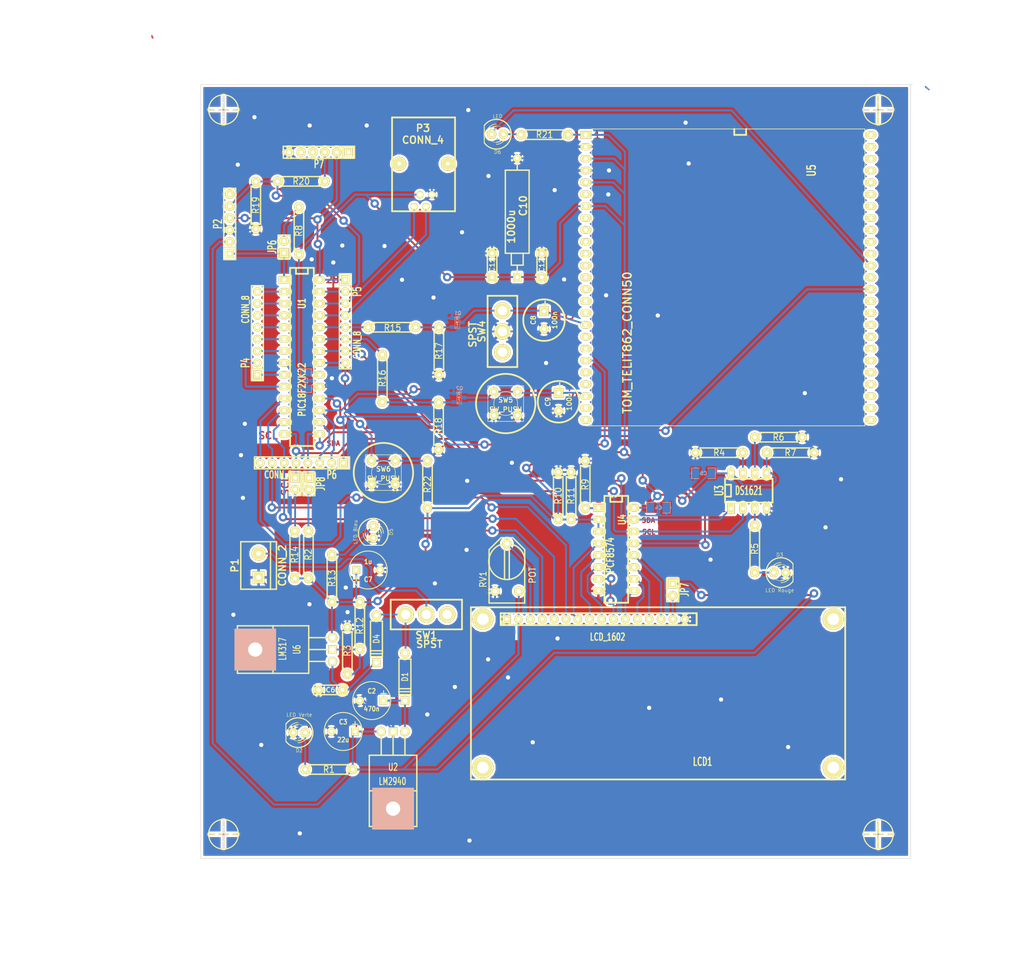
<source format=kicad_pcb>
(kicad_pcb (version 3) (host pcbnew "(2013-07-07 BZR 4022)-stable")
  (layers (15 Dessus.Cu signal) (0 Dessous.Cu signal))
  (net 0 "")
  (net 1 +5V)
  (net 2 +BATT)
  (net 3 /A0)
  (net 4 /A1)
  (net 5 /A10)
  (net 6 /DB0)
  (net 7 /DB1)
  (net 8 /DB2)
  (net 9 /DB3)
  (net 10 /DB4)
  (net 11 /DB5)
  (net 12 /DB6)
  (net 13 /DB7)
  (net 14 /E_LCD)
  (net 15 /INT_LCD)
  (net 16 /ON/OFF)
  (net 17 /ONOFF)
  (net 18 /PGC)
  (net 19 /PGD)
  (net 20 /R/W_LCD)
  (net 21 /RE3)
  (net 22 /REG)
  (net 23 /RS_LCD)
  (net 24 /RXGSM)
  (net 25 /Reset)
  (net 26 /Rst)
  (net 27 /SCL)
  (net 28 /SDA)
  (net 29 /SW_choix)
  (net 30 /TOUT)
  (net 31 /TXGSM)
  (net 32 /VENT)
  (net 33 GND)
  (net 34 N-0000010)
  (net 35 N-00000101)
  (net 36 N-00000102)
  (net 37 N-0000014)
  (net 38 N-0000015)
  (net 39 N-0000018)
  (net 40 N-0000019)
  (net 41 N-0000020)
  (net 42 N-0000028)
  (net 43 N-0000029)
  (net 44 N-0000030)
  (net 45 N-0000031)
  (net 46 N-0000032)
  (net 47 N-0000033)
  (net 48 N-0000035)
  (net 49 N-000005)
  (net 50 N-000006)
  (net 51 N-000007)
  (net 52 N-0000081)
  (net 53 N-0000084)
  (net 54 N-0000089)
  (net 55 N-000009)
  (net 56 N-0000090)
  (net 57 N-0000091)
  (net 58 N-0000092)
  (net 59 N-0000095)
  (net 60 VCC)
  (module Modem_gsm_862 (layer Dessus.Cu) (at 146.9644 49.53 270)
    (fp_text reference U5)
    (fp_text value TOM_TELIT862_CONN50)
    (pad 1 thru_hole rect (at -24.13 49.53 270) (size 1.5748 2.286) (drill 0.8128) (layers *.Cu *.Mask Dessus.SilkS) (net 60 VCC))
    (pad 2 thru_hole oval (at -21.59 49.53 270) (size 1.5748 2.286) (drill 0.8128) (layers *.Cu *.Mask Dessus.SilkS) (net 33 GND))
    (pad 3 thru_hole oval (at -19.05 49.53 270) (size 1.5748 2.286) (drill 0.8128) (layers *.Cu *.Mask Dessus.SilkS) (net 60 VCC))
    (pad 4 thru_hole oval (at -16.51 49.53 270) (size 1.5748 2.286) (drill 0.8128) (layers *.Cu *.Mask Dessus.SilkS) (net 33 GND))
    (pad 5 thru_hole oval (at -13.97 49.53 270) (size 1.5748 2.286) (drill 0.8128) (layers *.Cu *.Mask Dessus.SilkS) (net 60 VCC))
    (pad 6 thru_hole oval (at -11.43 49.53 270) (size 1.5748 2.286) (drill 0.8128) (layers *.Cu *.Mask Dessus.SilkS))
    (pad 7 thru_hole oval (at -8.89 49.53 270) (size 1.5748 2.286) (drill 0.8128) (layers *.Cu *.Mask Dessus.SilkS) (net 60 VCC))
    (pad 8 thru_hole oval (at -6.35 49.53 270) (size 1.5748 2.286) (drill 0.8128) (layers *.Cu *.Mask Dessus.SilkS))
    (pad 9 thru_hole oval (at -3.81 49.53 270) (size 1.5748 2.286) (drill 0.8128) (layers *.Cu *.Mask Dessus.SilkS))
    (pad 10 thru_hole oval (at -1.27 49.53 270) (size 1.5748 2.286) (drill 0.8128) (layers *.Cu *.Mask Dessus.SilkS))
    (pad 11 thru_hole oval (at 1.27 49.53 270) (size 1.5748 2.286) (drill 0.8128) (layers *.Cu *.Mask Dessus.SilkS))
    (pad 12 thru_hole oval (at 3.81 49.53 270) (size 1.5748 2.286) (drill 0.8128) (layers *.Cu *.Mask Dessus.SilkS))
    (pad 13 thru_hole oval (at 6.35 49.53 270) (size 1.5748 2.286) (drill 0.8128) (layers *.Cu *.Mask Dessus.SilkS))
    (pad 14 thru_hole oval (at 8.89 49.53 270) (size 1.5748 2.286) (drill 0.8128) (layers *.Cu *.Mask Dessus.SilkS))
    (pad 15 thru_hole oval (at 11.43 49.53 270) (size 1.5748 2.286) (drill 0.8128) (layers *.Cu *.Mask Dessus.SilkS))
    (pad 16 thru_hole oval (at 13.97 49.53 270) (size 1.5748 2.286) (drill 0.8128) (layers *.Cu *.Mask Dessus.SilkS))
    (pad 17 thru_hole oval (at 16.51 49.53 270) (size 1.5748 2.286) (drill 0.8128) (layers *.Cu *.Mask Dessus.SilkS) (net 17 /ONOFF))
    (pad 18 thru_hole oval (at 19.05 49.53 270) (size 1.5748 2.286) (drill 0.8128) (layers *.Cu *.Mask Dessus.SilkS))
    (pad 19 thru_hole oval (at 21.59 49.53 270) (size 1.5748 2.286) (drill 0.8128) (layers *.Cu *.Mask Dessus.SilkS))
    (pad 20 thru_hole oval (at 24.13 49.53 270) (size 1.5748 2.286) (drill 0.8128) (layers *.Cu *.Mask Dessus.SilkS) (net 31 /TXGSM))
    (pad 21 thru_hole oval (at 26.67 49.53 270) (size 1.5748 2.286) (drill 0.8128) (layers *.Cu *.Mask Dessus.SilkS))
    (pad 22 thru_hole oval (at 29.21 49.53 270) (size 1.5748 2.286) (drill 0.8128) (layers *.Cu *.Mask Dessus.SilkS))
    (pad 23 thru_hole oval (at 31.75 49.53 270) (size 1.5748 2.286) (drill 0.8128) (layers *.Cu *.Mask Dessus.SilkS) (net 26 /Rst))
    (pad 24 thru_hole oval (at 34.29 49.53 270) (size 1.5748 2.286) (drill 0.8128) (layers *.Cu *.Mask Dessus.SilkS))
    (pad 25 thru_hole oval (at 36.83 49.53 270) (size 1.5748 2.286) (drill 0.8128) (layers *.Cu *.Mask Dessus.SilkS))
    (pad 26 thru_hole oval (at 36.83 -11.43 270) (size 1.5748 2.286) (drill 0.8128) (layers *.Cu *.Mask Dessus.SilkS))
    (pad 27 thru_hole oval (at 34.29 -11.43 270) (size 1.5748 2.286) (drill 0.8128) (layers *.Cu *.Mask Dessus.SilkS))
    (pad 28 thru_hole oval (at 31.75 -11.43 270) (size 1.5748 2.286) (drill 0.8128) (layers *.Cu *.Mask Dessus.SilkS))
    (pad 29 thru_hole oval (at 29.21 -11.43 270) (size 1.5748 2.286) (drill 0.8128) (layers *.Cu *.Mask Dessus.SilkS))
    (pad 30 thru_hole oval (at 26.67 -11.43 270) (size 1.5748 2.286) (drill 0.8128) (layers *.Cu *.Mask Dessus.SilkS))
    (pad 31 thru_hole oval (at 24.13 -11.43 270) (size 1.5748 2.286) (drill 0.8128) (layers *.Cu *.Mask Dessus.SilkS))
    (pad 32 thru_hole oval (at 21.59 -11.43 270) (size 1.5748 2.286) (drill 0.8128) (layers *.Cu *.Mask Dessus.SilkS))
    (pad 33 thru_hole oval (at 19.05 -11.43 270) (size 1.5748 2.286) (drill 0.8128) (layers *.Cu *.Mask Dessus.SilkS))
    (pad 34 thru_hole oval (at 16.51 -11.43 270) (size 1.5748 2.286) (drill 0.8128) (layers *.Cu *.Mask Dessus.SilkS))
    (pad 35 thru_hole oval (at 13.97 -11.43 270) (size 1.5748 2.286) (drill 0.8128) (layers *.Cu *.Mask Dessus.SilkS))
    (pad 36 thru_hole oval (at 11.43 -11.43 270) (size 1.5748 2.286) (drill 0.8128) (layers *.Cu *.Mask Dessus.SilkS))
    (pad 37 thru_hole oval (at 8.89 -11.43 270) (size 1.5748 2.286) (drill 0.8128) (layers *.Cu *.Mask Dessus.SilkS) (net 24 /RXGSM))
    (pad 38 thru_hole oval (at 6.35 -11.43 270) (size 1.5748 2.286) (drill 0.8128) (layers *.Cu *.Mask Dessus.SilkS))
    (pad 39 thru_hole oval (at 3.81 -11.43 270) (size 1.5748 2.286) (drill 0.8128) (layers *.Cu *.Mask Dessus.SilkS) (net 57 N-0000091))
    (pad 40 thru_hole oval (at 1.27 -11.43 270) (size 1.5748 2.286) (drill 0.8128) (layers *.Cu *.Mask Dessus.SilkS))
    (pad 41 thru_hole oval (at -1.27 -11.43 270) (size 1.5748 2.286) (drill 0.8128) (layers *.Cu *.Mask Dessus.SilkS))
    (pad 42 thru_hole oval (at -3.81 -11.43 270) (size 1.5748 2.286) (drill 0.8128) (layers *.Cu *.Mask Dessus.SilkS))
    (pad 43 thru_hole oval (at -6.35 -11.43 270) (size 1.5748 2.286) (drill 0.8128) (layers *.Cu *.Mask Dessus.SilkS))
    (pad 44 thru_hole oval (at -8.89 -11.43 270) (size 1.5748 2.286) (drill 0.8128) (layers *.Cu *.Mask Dessus.SilkS))
    (pad 45 thru_hole oval (at -11.43 -11.43 270) (size 1.5748 2.286) (drill 0.8128) (layers *.Cu *.Mask Dessus.SilkS))
    (pad 46 thru_hole oval (at -13.97 -11.43 270) (size 1.5748 2.286) (drill 0.8128) (layers *.Cu *.Mask Dessus.SilkS))
    (pad 47 thru_hole oval (at -16.51 -11.43 270) (size 1.5748 2.286) (drill 0.8128) (layers *.Cu *.Mask Dessus.SilkS))
    (pad 48 thru_hole oval (at -19.05 -11.43 270) (size 1.5748 2.286) (drill 0.8128) (layers *.Cu *.Mask Dessus.SilkS))
    (pad 49 thru_hole oval (at -21.59 -11.43 270) (size 1.5748 2.286) (drill 0.8128) (layers *.Cu *.Mask Dessus.SilkS))
    (pad 50 thru_hole oval (at -24.13 -11.43 270) (size 1.5748 2.286) (drill 0.8128) (layers *.Cu *.Mask Dessus.SilkS))
  )
  (module Tom_SIL-2 (layer Dessus.Cu) (at 32.9438 49.3776 90)
    (fp_text reference JP6)
    (fp_text value JUMPER hide)
    (pad 1 thru_hole rect (at -1.27 0 90) (size 1.99898 1.99898) (drill 0.8128) (layers *.Cu *.Mask Dessus.SilkS) (net 21 /RE3))
    (pad 2 thru_hole circle (at 1.27 0 90) (size 1.99898 1.99898) (drill 0.8128) (layers *.Cu *.Mask Dessus.SilkS) (net 39 N-0000018))
  )
  (module Tom_R4 (layer Dessus.Cu) (at 36.1188 45.9232 90)
    (fp_text reference R8)
    (fp_text value 10k hide)
    (pad 1 thru_hole circle (at -5.08 0 90) (size 1.99898 1.99898) (drill 0.8128) (layers *.Cu *.Mask Dessus.SilkS) (net 60 VCC))
    (pad 2 thru_hole circle (at 5.08 0 90) (size 1.99898 1.99898) (drill 0.8128) (layers *.Cu *.Mask Dessus.SilkS) (net 39 N-0000018))
  )
  (module Tom_SW1 (layer Dessus.Cu) (at 80.3275 82.8675)
    (fp_text reference SW5)
    (fp_text value SW_PUSH)
    (pad 1 thru_hole circle (at 2.54 -2.54) (size 1.99898 1.99898) (drill 0.8128) (layers *.Cu *.Mask Dessus.SilkS) (net 26 /Rst))
    (pad 2 thru_hole circle (at 2.54 2.54) (size 1.99898 1.99898) (drill 0.8128) (layers *.Cu *.Mask Dessus.SilkS) (net 33 GND))
    (pad 1 thru_hole circle (at -2.54 -2.54) (size 1.99898 1.99898) (drill 0.8128) (layers *.Cu *.Mask Dessus.SilkS) (net 26 /Rst))
    (pad 2 thru_hole circle (at -2.54 2.54) (size 1.99898 1.99898) (drill 0.8128) (layers *.Cu *.Mask Dessus.SilkS) (net 33 GND))
  )
  (module Tom_SIL-8 (layer Dessus.Cu) (at 46.0375 65.278 270)
    (fp_text reference P5)
    (fp_text value CONN_8)
    (pad 1 thru_hole rect (at -8.89 0 270) (size 1.80086 1.80086) (drill 0.8128) (layers *.Cu *.Mask Dessus.SilkS) (net 19 /PGD))
    (pad 2 thru_hole circle (at -6.35 0 270) (size 1.80086 1.80086) (drill 0.8128) (layers *.Cu *.Mask Dessus.SilkS) (net 18 /PGC))
    (pad 3 thru_hole circle (at -3.81 0 270) (size 1.80086 1.80086) (drill 0.8128) (layers *.Cu *.Mask Dessus.SilkS) (net 32 /VENT))
    (pad 4 thru_hole circle (at -1.27 0 270) (size 1.80086 1.80086) (drill 0.8128) (layers *.Cu *.Mask Dessus.SilkS) (net 22 /REG))
    (pad 5 thru_hole circle (at 1.27 0 270) (size 1.80086 1.80086) (drill 0.8128) (layers *.Cu *.Mask Dessus.SilkS) (net 16 /ON/OFF))
    (pad 6 thru_hole circle (at 3.81 0 270) (size 1.80086 1.80086) (drill 0.8128) (layers *.Cu *.Mask Dessus.SilkS) (net 25 /Reset))
    (pad 7 thru_hole circle (at 6.35 0 270) (size 1.80086 1.80086) (drill 0.8128) (layers *.Cu *.Mask Dessus.SilkS) (net 15 /INT_LCD))
    (pad 8 thru_hole circle (at 8.89 0 270) (size 1.80086 1.80086) (drill 0.8128) (layers *.Cu *.Mask Dessus.SilkS) (net 29 /SW_choix))
  )
  (module Tom_SIL-8 (layer Dessus.Cu) (at 27.2415 67.818 90)
    (fp_text reference P4)
    (fp_text value CONN_8)
    (pad 1 thru_hole rect (at -8.89 0 90) (size 1.80086 1.80086) (drill 0.8128) (layers *.Cu *.Mask Dessus.SilkS) (net 37 N-0000014))
    (pad 2 thru_hole circle (at -6.35 0 90) (size 1.80086 1.80086) (drill 0.8128) (layers *.Cu *.Mask Dessus.SilkS) (net 42 N-0000028))
    (pad 3 thru_hole circle (at -3.81 0 90) (size 1.80086 1.80086) (drill 0.8128) (layers *.Cu *.Mask Dessus.SilkS) (net 43 N-0000029))
    (pad 4 thru_hole circle (at -1.27 0 90) (size 1.80086 1.80086) (drill 0.8128) (layers *.Cu *.Mask Dessus.SilkS) (net 44 N-0000030))
    (pad 5 thru_hole circle (at 1.27 0 90) (size 1.80086 1.80086) (drill 0.8128) (layers *.Cu *.Mask Dessus.SilkS) (net 45 N-0000031))
    (pad 6 thru_hole circle (at 3.81 0 90) (size 1.80086 1.80086) (drill 0.8128) (layers *.Cu *.Mask Dessus.SilkS) (net 52 N-0000081))
    (pad 7 thru_hole circle (at 6.35 0 90) (size 1.80086 1.80086) (drill 0.8128) (layers *.Cu *.Mask Dessus.SilkS) (net 46 N-0000032))
    (pad 8 thru_hole circle (at 8.89 0 90) (size 1.80086 1.80086) (drill 0.8128) (layers *.Cu *.Mask Dessus.SilkS) (net 47 N-0000033))
  )
  (module Tom_SIL-8 (layer Dessus.Cu) (at 36.7792 95.5548 180)
    (fp_text reference P6)
    (fp_text value CONN_8)
    (pad 1 thru_hole rect (at -8.89 0 180) (size 1.80086 1.80086) (drill 0.8128) (layers *.Cu *.Mask Dessus.SilkS) (net 31 /TXGSM))
    (pad 2 thru_hole circle (at -6.35 0 180) (size 1.80086 1.80086) (drill 0.8128) (layers *.Cu *.Mask Dessus.SilkS) (net 24 /RXGSM))
    (pad 3 thru_hole circle (at -3.81 0 180) (size 1.80086 1.80086) (drill 0.8128) (layers *.Cu *.Mask Dessus.SilkS) (net 48 N-0000035))
    (pad 4 thru_hole circle (at -1.27 0 180) (size 1.80086 1.80086) (drill 0.8128) (layers *.Cu *.Mask Dessus.SilkS) (net 28 /SDA))
    (pad 5 thru_hole circle (at 1.27 0 180) (size 1.80086 1.80086) (drill 0.8128) (layers *.Cu *.Mask Dessus.SilkS) (net 27 /SCL))
    (pad 6 thru_hole circle (at 3.81 0 180) (size 1.80086 1.80086) (drill 0.8128) (layers *.Cu *.Mask Dessus.SilkS) (net 23 /RS_LCD))
    (pad 7 thru_hole circle (at 6.35 0 180) (size 1.80086 1.80086) (drill 0.8128) (layers *.Cu *.Mask Dessus.SilkS) (net 20 /R/W_LCD))
    (pad 8 thru_hole circle (at 8.89 0 180) (size 1.80086 1.80086) (drill 0.8128) (layers *.Cu *.Mask Dessus.SilkS) (net 14 /E_LCD))
  )
  (module Tom_SIL-6 (layer Dessus.Cu) (at 21.3233 44.45 90)
    (fp_text reference P2)
    (fp_text value CONN_6 hide)
    (pad 1 thru_hole rect (at -6.35 0 90) (size 1.80086 1.80086) (drill 0.8001) (layers *.Cu *.Mask Dessus.SilkS) (net 21 /RE3))
    (pad 2 thru_hole circle (at -3.81 0 90) (size 1.99898 1.99898) (drill 0.8128) (layers *.Cu *.Mask Dessus.SilkS) (net 1 +5V))
    (pad 3 thru_hole circle (at -1.27 0 90) (size 1.99898 1.99898) (drill 0.8128) (layers *.Cu *.Mask Dessus.SilkS) (net 33 GND))
    (pad 4 thru_hole circle (at 1.27 0 90) (size 1.99898 1.99898) (drill 0.8128) (layers *.Cu *.Mask Dessus.SilkS) (net 19 /PGD))
    (pad 5 thru_hole circle (at 3.81 0 90) (size 1.99898 1.99898) (drill 0.8128) (layers *.Cu *.Mask Dessus.SilkS) (net 18 /PGC))
    (pad 6 thru_hole circle (at 6.35 0 90) (size 1.99898 1.99898) (drill 0.8128) (layers *.Cu *.Mask Dessus.SilkS))
  )
  (module Tom_SIL-2 (layer Dessus.Cu) (at 116.0399 122.6947 270)
    (fp_text reference JP7)
    (fp_text value JUMPER hide)
    (pad 1 thru_hole rect (at -1.27 0 270) (size 1.99898 1.99898) (drill 0.8128) (layers *.Cu *.Mask Dessus.SilkS) (net 1 +5V))
    (pad 2 thru_hole circle (at 1.27 0 270) (size 1.99898 1.99898) (drill 0.8128) (layers *.Cu *.Mask Dessus.SilkS) (net 40 N-0000019))
  )
  (module Tom_SIL-2 (layer Dessus.Cu) (at 38.2524 100.0252 270)
    (fp_text reference JP8)
    (fp_text value JUMPER hide)
    (pad 1 thru_hole rect (at -1.27 0 270) (size 1.99898 1.99898) (drill 0.8128) (layers *.Cu *.Mask Dessus.SilkS) (net 28 /SDA))
    (pad 2 thru_hole circle (at 1.27 0 270) (size 1.99898 1.99898) (drill 0.8128) (layers *.Cu *.Mask Dessus.SilkS) (net 49 N-000005))
  )
  (module Tom_SIL-2 (layer Dessus.Cu) (at 35.306 99.9998 270)
    (fp_text reference JP9)
    (fp_text value JUMPER hide)
    (pad 1 thru_hole rect (at -1.27 0 270) (size 1.99898 1.99898) (drill 0.8128) (layers *.Cu *.Mask Dessus.SilkS) (net 27 /SCL))
    (pad 2 thru_hole circle (at 1.27 0 270) (size 1.99898 1.99898) (drill 0.8128) (layers *.Cu *.Mask Dessus.SilkS) (net 50 N-000006))
  )
  (module Tom_RV2X4 (layer Dessus.Cu) (at 80.5815 117.9195 90)
    (fp_text reference RV1)
    (fp_text value POT)
    (pad 1 thru_hole circle (at -5.08 -2.54 90) (size 1.99898 1.99898) (drill 1.00076) (layers *.Cu *.Mask Dessus.SilkS) (net 33 GND))
    (pad 2 thru_hole circle (at 5.08 0 90) (size 1.99898 1.99898) (drill 1.00076) (layers *.Cu *.Mask Dessus.SilkS) (net 38 N-0000015))
    (pad 3 thru_hole circle (at -5.08 2.54 90) (size 1.99898 1.99898) (drill 1.00076) (layers *.Cu *.Mask Dessus.SilkS) (net 1 +5V))
  )
  (module Tom_RJ11 (layer Dessus.Cu) (at 62.6364 23.9522 180)
    (fp_text reference P3)
    (fp_text value CONN_4)
    (pad 4 thru_hole circle (at 1.905 -16.764 180) (size 1.524 1.524) (drill 0.8128) (layers *.Cu *.Mask Dessus.SilkS) (net 32 /VENT))
    (pad 2 thru_hole circle (at -0.635 -16.764 180) (size 1.524 1.524) (drill 0.8128) (layers *.Cu *.Mask Dessus.SilkS) (net 22 /REG))
    (pad 1 thru_hole circle (at -1.905 -14.224 180) (size 1.524 1.524) (drill 0.8128) (layers *.Cu *.Mask Dessus.SilkS) (net 33 GND))
    (pad 3 thru_hole circle (at 0.635 -14.224 180) (size 1.524 1.524) (drill 0.8128) (layers *.Cu *.Mask Dessus.SilkS) (net 60 VCC))
    (pad 8 thru_hole circle (at 5.08 -7.62 180) (size 2.99974 2.99974) (drill 0.8128) (layers *.Cu *.Mask Dessus.SilkS))
    (pad 7 thru_hole circle (at -5.334 -7.62 180) (size 2.99974 2.99974) (drill 0.8128) (layers *.Cu *.Mask Dessus.SilkS))
  )
  (module Tom_R4 (layer Dessus.Cu) (at 56.007 66.548)
    (fp_text reference R15)
    (fp_text value 10k hide)
    (pad 1 thru_hole circle (at -5.08 0) (size 1.99898 1.99898) (drill 0.8128) (layers *.Cu *.Mask Dessus.SilkS) (net 16 /ON/OFF))
    (pad 2 thru_hole circle (at 5.08 0) (size 1.99898 1.99898) (drill 0.8128) (layers *.Cu *.Mask Dessus.SilkS) (net 35 N-00000101))
  )
  (module Tom_R4 (layer Dessus.Cu) (at 97.3328 100.1776 90)
    (fp_text reference R9)
    (fp_text value 10k hide)
    (pad 1 thru_hole circle (at -5.08 0 90) (size 1.99898 1.99898) (drill 0.8128) (layers *.Cu *.Mask Dessus.SilkS) (net 5 /A10))
    (pad 2 thru_hole circle (at 5.08 0 90) (size 1.99898 1.99898) (drill 0.8128) (layers *.Cu *.Mask Dessus.SilkS) (net 33 GND))
  )
  (module Tom_R4 (layer Dessus.Cu) (at 91.5543 102.5906 90)
    (fp_text reference R10)
    (fp_text value 10k hide)
    (pad 1 thru_hole circle (at -5.08 0 90) (size 1.99898 1.99898) (drill 0.8128) (layers *.Cu *.Mask Dessus.SilkS) (net 60 VCC))
    (pad 2 thru_hole circle (at 5.08 0 90) (size 1.99898 1.99898) (drill 0.8128) (layers *.Cu *.Mask Dessus.SilkS) (net 33 GND))
  )
  (module Tom_R4 (layer Dessus.Cu) (at 46.4693 135.7376 90)
    (fp_text reference R3)
    (fp_text value 487 hide)
    (pad 1 thru_hole circle (at -5.08 0 90) (size 1.99898 1.99898) (drill 0.8128) (layers *.Cu *.Mask Dessus.SilkS) (net 56 N-0000090))
    (pad 2 thru_hole circle (at 5.08 0 90) (size 1.99898 1.99898) (drill 0.8128) (layers *.Cu *.Mask Dessus.SilkS) (net 33 GND))
  )
  (module Tom_R4 (layer Dessus.Cu) (at 49.1363 130.4036 270)
    (fp_text reference R12)
    (fp_text value 237 hide)
    (pad 1 thru_hole circle (at -5.08 0 270) (size 1.99898 1.99898) (drill 0.8128) (layers *.Cu *.Mask Dessus.SilkS) (net 60 VCC))
    (pad 2 thru_hole circle (at 5.08 0 270) (size 1.99898 1.99898) (drill 0.8128) (layers *.Cu *.Mask Dessus.SilkS) (net 56 N-0000090))
  )
  (module Tom_R4 (layer Dessus.Cu) (at 88.646 25.3492 180)
    (fp_text reference R21)
    (fp_text value 330 hide)
    (pad 1 thru_hole circle (at -5.08 0 180) (size 1.99898 1.99898) (drill 0.8128) (layers *.Cu *.Mask Dessus.SilkS) (net 60 VCC))
    (pad 2 thru_hole circle (at 5.08 0 180) (size 1.99898 1.99898) (drill 0.8128) (layers *.Cu *.Mask Dessus.SilkS) (net 58 N-0000092))
  )
  (module Tom_R4 (layer Dessus.Cu) (at 66.04 71.628 270)
    (fp_text reference R17)
    (fp_text value 47k hide)
    (pad 1 thru_hole circle (at -5.08 0 270) (size 1.99898 1.99898) (drill 0.8128) (layers *.Cu *.Mask Dessus.SilkS) (net 35 N-00000101))
    (pad 2 thru_hole circle (at 5.08 0 270) (size 1.99898 1.99898) (drill 0.8128) (layers *.Cu *.Mask Dessus.SilkS) (net 33 GND))
  )
  (module Tom_R4 (layer Dessus.Cu) (at 94.3102 102.5906 90)
    (fp_text reference R11)
    (fp_text value 10k hide)
    (pad 1 thru_hole circle (at -5.08 0 90) (size 1.99898 1.99898) (drill 0.8128) (layers *.Cu *.Mask Dessus.SilkS) (net 60 VCC))
    (pad 2 thru_hole circle (at 5.08 0 90) (size 1.99898 1.99898) (drill 0.8128) (layers *.Cu *.Mask Dessus.SilkS) (net 33 GND))
  )
  (module Tom_R4 (layer Dessus.Cu) (at 65.9765 87.6935 270)
    (fp_text reference R18)
    (fp_text value 47k hide)
    (pad 1 thru_hole circle (at -5.08 0 270) (size 1.99898 1.99898) (drill 0.8128) (layers *.Cu *.Mask Dessus.SilkS) (net 36 N-00000102))
    (pad 2 thru_hole circle (at 5.08 0 270) (size 1.99898 1.99898) (drill 0.8128) (layers *.Cu *.Mask Dessus.SilkS) (net 33 GND))
  )
  (module Tom_R4 (layer Dessus.Cu) (at 53.9496 77.47 270)
    (fp_text reference R16)
    (fp_text value 10k hide)
    (pad 1 thru_hole circle (at -5.08 0 270) (size 1.99898 1.99898) (drill 0.8128) (layers *.Cu *.Mask Dessus.SilkS) (net 25 /Reset))
    (pad 2 thru_hole circle (at 5.08 0 270) (size 1.99898 1.99898) (drill 0.8128) (layers *.Cu *.Mask Dessus.SilkS) (net 36 N-00000102))
  )
  (module Tom_R4 (layer Dessus.Cu) (at 43.1673 120.2436 90)
    (fp_text reference R13)
    (fp_text value 330 hide)
    (pad 1 thru_hole circle (at -5.08 0 90) (size 1.99898 1.99898) (drill 0.8128) (layers *.Cu *.Mask Dessus.SilkS) (net 60 VCC))
    (pad 2 thru_hole circle (at 5.08 0 90) (size 1.99898 1.99898) (drill 0.8128) (layers *.Cu *.Mask Dessus.SilkS) (net 59 N-0000095))
  )
  (module Tom_R4 (layer Dessus.Cu) (at 36.6141 35.3314 180)
    (fp_text reference R20)
    (fp_text value 1.2k hide)
    (pad 1 thru_hole circle (at -5.08 0 180) (size 1.99898 1.99898) (drill 0.8128) (layers *.Cu *.Mask Dessus.SilkS) (net 53 N-0000084))
    (pad 2 thru_hole circle (at 5.08 0 180) (size 1.99898 1.99898) (drill 0.8128) (layers *.Cu *.Mask Dessus.SilkS) (net 18 /PGC))
  )
  (module Tom_R4 (layer Dessus.Cu) (at 26.90114 40.4495 90)
    (fp_text reference R19)
    (fp_text value 1.5k hide)
    (pad 1 thru_hole circle (at -5.08 0 90) (size 1.99898 1.99898) (drill 0.8128) (layers *.Cu *.Mask Dessus.SilkS) (net 33 GND))
    (pad 2 thru_hole circle (at 5.08 0 90) (size 1.99898 1.99898) (drill 0.8128) (layers *.Cu *.Mask Dessus.SilkS) (net 18 /PGC))
  )
  (module Tom_R4 (layer Dessus.Cu) (at 35.2298 115.189 90)
    (fp_text reference R14)
    (fp_text value 1.2k hide)
    (pad 1 thru_hole circle (at -5.08 0 90) (size 1.99898 1.99898) (drill 0.8128) (layers *.Cu *.Mask Dessus.SilkS) (net 60 VCC))
    (pad 2 thru_hole circle (at 5.08 0 90) (size 1.99898 1.99898) (drill 0.8128) (layers *.Cu *.Mask Dessus.SilkS) (net 50 N-000006))
  )
  (module Tom_R4 (layer Dessus.Cu) (at 42.5323 161.1376 180)
    (fp_text reference R1)
    (fp_text value 470 hide)
    (pad 1 thru_hole circle (at -5.08 0 180) (size 1.99898 1.99898) (drill 0.8128) (layers *.Cu *.Mask Dessus.SilkS) (net 1 +5V))
    (pad 2 thru_hole circle (at 5.08 0 180) (size 1.99898 1.99898) (drill 0.8128) (layers *.Cu *.Mask Dessus.SilkS) (net 34 N-0000010))
  )
  (module Tom_R4 (layer Dessus.Cu) (at 38.1508 115.189 90)
    (fp_text reference R2)
    (fp_text value 1.2k hide)
    (pad 1 thru_hole circle (at -5.08 0 90) (size 1.99898 1.99898) (drill 0.8128) (layers *.Cu *.Mask Dessus.SilkS) (net 60 VCC))
    (pad 2 thru_hole circle (at 5.08 0 90) (size 1.99898 1.99898) (drill 0.8128) (layers *.Cu *.Mask Dessus.SilkS) (net 49 N-000005))
  )
  (module Tom_R4 (layer Dessus.Cu) (at 133.57606 113.9444 270)
    (fp_text reference R5)
    (fp_text value 470 hide)
    (pad 1 thru_hole circle (at -5.08 0 270) (size 1.99898 1.99898) (drill 0.8128) (layers *.Cu *.Mask Dessus.SilkS) (net 30 /TOUT))
    (pad 2 thru_hole circle (at 5.08 0 270) (size 1.99898 1.99898) (drill 0.8128) (layers *.Cu *.Mask Dessus.SilkS) (net 41 N-0000020))
  )
  (module Tom_R4 (layer Dessus.Cu) (at 125.95606 93.3704 180)
    (fp_text reference R4)
    (fp_text value 10k hide)
    (pad 1 thru_hole circle (at -5.08 0 180) (size 1.99898 1.99898) (drill 0.8128) (layers *.Cu *.Mask Dessus.SilkS) (net 3 /A0))
    (pad 2 thru_hole circle (at 5.08 0 180) (size 1.99898 1.99898) (drill 0.8128) (layers *.Cu *.Mask Dessus.SilkS) (net 33 GND))
  )
  (module Tom_R4 (layer Dessus.Cu) (at 138.65606 90.0684)
    (fp_text reference R6)
    (fp_text value 10k hide)
    (pad 1 thru_hole circle (at -5.08 0) (size 1.99898 1.99898) (drill 0.8128) (layers *.Cu *.Mask Dessus.SilkS) (net 4 /A1))
    (pad 2 thru_hole circle (at 5.08 0) (size 1.99898 1.99898) (drill 0.8128) (layers *.Cu *.Mask Dessus.SilkS) (net 33 GND))
  )
  (module Tom_R4 (layer Dessus.Cu) (at 141.19606 93.3704)
    (fp_text reference R7)
    (fp_text value 10k hide)
    (pad 1 thru_hole circle (at -5.08 0) (size 1.99898 1.99898) (drill 0.8128) (layers *.Cu *.Mask Dessus.SilkS) (net 60 VCC))
    (pad 2 thru_hole circle (at 5.08 0) (size 1.99898 1.99898) (drill 0.8128) (layers *.Cu *.Mask Dessus.SilkS) (net 33 GND))
  )
  (module Tom_LM78XX_Horiz (layer Dessus.Cu) (at 56.2483 153.0096 270)
    (fp_text reference U2)
    (fp_text value LM2940)
    (pad 4 thru_hole rect (at 16.51 0 270) (size 8.89 8.89) (drill 3.048) (layers *.SilkS *.Mask Dessus.Cu))
    (pad VI thru_hole circle (at 0 -2.54 270) (size 1.99898 1.99898) (drill 1.143) (layers *.Cu *.Mask Dessus.SilkS) (net 2 +BATT))
    (pad GND thru_hole rect (at 0 0 270) (size 1.778 1.778) (drill 1.143) (layers *.Cu *.Mask Dessus.SilkS) (net 33 GND))
    (pad VO thru_hole circle (at 0 2.54 270) (size 1.99898 1.99898) (drill 1.143) (layers *.Cu *.Mask Dessus.SilkS) (net 1 +5V))
  )
  (module Tom_LM317_Horiz (layer Dessus.Cu) (at 43.2943 135.4836 180)
    (fp_text reference U6)
    (fp_text value LM317)
    (pad 4 thru_hole rect (at 16.51 0 180) (size 8.89 8.89) (drill 3.048) (layers *.SilkS *.Mask Dessus.Cu))
    (pad 1 thru_hole circle (at 0 -2.54 180) (size 1.99898 1.99898) (drill 1.143) (layers *.Cu *.Mask Dessus.SilkS) (net 54 N-0000089))
    (pad 2 thru_hole rect (at 0 0 180) (size 1.778 1.778) (drill 1.143) (layers *.Cu *.Mask Dessus.SilkS) (net 56 N-0000090))
    (pad 3 thru_hole circle (at 0 2.54 180) (size 1.99898 1.99898) (drill 1.143) (layers *.Cu *.Mask Dessus.SilkS) (net 60 VCC))
  )
  (module Tom_LED-5MM (layer Dessus.Cu) (at 138.91006 119.0244)
    (fp_text reference D3)
    (fp_text value "LED Rouge")
    (pad 1 thru_hole circle (at -1.27 0) (size 1.99898 1.99898) (drill 0.8128) (layers *.Cu Dessus.Pate Dessus.SilkS Dessus.Masque) (net 41 N-0000020))
    (pad 2 thru_hole circle (at 1.27 0) (size 1.99898 1.99898) (drill 0.8128) (layers *.Cu Dessus.Pate Dessus.SilkS Dessus.Masque) (net 33 GND))
  )
  (module Tom_LED-5MM (layer Dessus.Cu) (at 36.1823 153.2636 180)
    (fp_text reference D2)
    (fp_text value "LED Verte")
    (pad 1 thru_hole circle (at -1.27 0 180) (size 1.99898 1.99898) (drill 0.8128) (layers *.Cu Dessus.Pate Dessus.SilkS Dessus.Masque) (net 34 N-0000010))
    (pad 2 thru_hole circle (at 1.27 0 180) (size 1.99898 1.99898) (drill 0.8128) (layers *.Cu Dessus.Pate Dessus.SilkS Dessus.Masque) (net 33 GND))
  )
  (module Tom_LED-5MM (layer Dessus.Cu) (at 78.5876 25.2476 180)
    (fp_text reference D6)
    (fp_text value LED)
    (pad 1 thru_hole circle (at -1.27 0 180) (size 1.99898 1.99898) (drill 0.8128) (layers *.Cu Dessus.Pate Dessus.SilkS Dessus.Masque) (net 58 N-0000092))
    (pad 2 thru_hole circle (at 1.27 0 180) (size 1.99898 1.99898) (drill 0.8128) (layers *.Cu Dessus.Pate Dessus.SilkS Dessus.Masque) (net 57 N-0000091))
  )
  (module Tom_LED-5MM (layer Dessus.Cu) (at 52.0192 110.3376 270)
    (fp_text reference D5)
    (fp_text value "LED Bleu")
    (pad 1 thru_hole circle (at -1.27 0 270) (size 1.99898 1.99898) (drill 0.8128) (layers *.Cu Dessus.Pate Dessus.SilkS Dessus.Masque) (net 59 N-0000095))
    (pad 2 thru_hole circle (at 1.27 0 270) (size 1.99898 1.99898) (drill 0.8128) (layers *.Cu Dessus.Pate Dessus.SilkS Dessus.Masque) (net 33 GND))
  )
  (module Tom_LCD_1 (layer Dessus.Cu) (at 123.698 160.7312)
    (fp_text reference LCD1)
    (fp_text value LCD_1602)
    (pad 1 thru_hole rect (at -43.18 -31.75) (size 1.80086 1.80086) (drill 0.8128) (layers *.Cu *.Mask Dessus.SilkS) (net 33 GND))
    (pad 2 thru_hole circle (at -40.64 -31.75) (size 1.80086 1.80086) (drill 0.8001) (layers *.Cu *.Mask Dessus.SilkS) (net 1 +5V))
    (pad 3 thru_hole circle (at -38.1 -31.75) (size 1.80086 1.80086) (drill 0.8001) (layers *.Cu *.Mask Dessus.SilkS) (net 38 N-0000015))
    (pad 4 thru_hole circle (at -35.56 -31.75) (size 1.80086 1.80086) (drill 0.8001) (layers *.Cu *.Mask Dessus.SilkS) (net 23 /RS_LCD))
    (pad 5 thru_hole circle (at -33.02 -31.75) (size 1.80086 1.80086) (drill 0.8001) (layers *.Cu *.Mask Dessus.SilkS) (net 20 /R/W_LCD))
    (pad 6 thru_hole circle (at -30.48 -31.75) (size 1.80086 1.80086) (drill 0.8001) (layers *.Cu *.Mask Dessus.SilkS) (net 14 /E_LCD))
    (pad 7 thru_hole circle (at -27.94 -31.75) (size 1.80086 1.80086) (drill 0.8001) (layers *.Cu *.Mask Dessus.SilkS) (net 6 /DB0))
    (pad 8 thru_hole circle (at -25.4 -31.75) (size 1.80086 1.80086) (drill 0.8001) (layers *.Cu *.Mask Dessus.SilkS) (net 7 /DB1))
    (pad 9 thru_hole circle (at -22.86 -31.75) (size 1.80086 1.80086) (drill 0.8001) (layers *.Cu *.Mask Dessus.SilkS) (net 8 /DB2))
    (pad 10 thru_hole circle (at -20.32 -31.75) (size 1.80086 1.80086) (drill 0.8001) (layers *.Cu *.Mask Dessus.SilkS) (net 9 /DB3))
    (pad 11 thru_hole circle (at -17.78 -31.75) (size 1.80086 1.80086) (drill 0.8001) (layers *.Cu *.Mask Dessus.SilkS) (net 10 /DB4))
    (pad 12 thru_hole circle (at -15.24 -31.75) (size 1.80086 1.80086) (drill 0.8001) (layers *.Cu *.Mask Dessus.SilkS) (net 11 /DB5))
    (pad 13 thru_hole circle (at -12.7 -31.75) (size 1.80086 1.80086) (drill 0.8001) (layers *.Cu *.Mask Dessus.SilkS) (net 12 /DB6))
    (pad 14 thru_hole circle (at -10.16 -31.75) (size 1.80086 1.80086) (drill 0.8001) (layers *.Cu *.Mask Dessus.SilkS) (net 13 /DB7))
    (pad 15 thru_hole circle (at -7.62 -31.75) (size 1.80086 1.80086) (drill 0.8001) (layers *.Cu *.Mask Dessus.SilkS) (net 40 N-0000019))
    (pad 16 thru_hole circle (at -5.08 -31.75) (size 1.80086 1.80086) (drill 0.8001) (layers *.Cu *.Mask Dessus.SilkS) (net 33 GND))
    (pad 17 thru_hole circle (at 26.67 0) (size 4.50088 4.50088) (drill 2.49936) (layers *.Cu *.Mask Dessus.SilkS))
    (pad 18 thru_hole circle (at 26.67 -31.75) (size 4.50088 4.50088) (drill 2.49936) (layers *.Cu *.Mask Dessus.SilkS))
    (pad 19 thru_hole circle (at -48.26 -31.75) (size 4.50088 4.50088) (drill 2.49936) (layers *.Cu *.Mask Dessus.SilkS))
    (pad 20 thru_hole circle (at -48.26 0) (size 4.50088 4.50088) (drill 2.49936) (layers *.Cu *.Mask Dessus.SilkS))
  )
  (module Tom_Interrupt1_IUT (layer Dessus.Cu) (at 63.3603 131.1656)
    (fp_text reference SW1)
    (fp_text value SPST)
    (pad 1 thru_hole circle (at 0 -3.175) (size 3.50012 3.50012) (drill 1.99898) (layers *.Cu *.Mask Dessus.SilkS) (net 55 N-000009))
    (pad 2 thru_hole circle (at -4.445 -3.175) (size 3.50012 3.50012) (drill 1.99898) (layers *.Cu *.Mask Dessus.SilkS) (net 51 N-000007))
    (pad 3 thru_hole circle (at 4.445 -3.175) (size 3.50012 3.50012) (drill 1.99898) (layers *.Cu *.Mask Dessus.SilkS))
  )
  (module Tom_Diode (layer Dessus.Cu) (at 52.6923 133.1976 270)
    (fp_text reference D4)
    (fp_text value DIODE hide)
    (pad 1 thru_hole circle (at -5.08 0 270) (size 1.99898 1.99898) (drill 1.00076) (layers *.Cu *.Mask Dessus.SilkS) (net 51 N-000007))
    (pad 2 thru_hole rect (at 5.08 0 270) (size 1.778 1.778) (drill 1.00076) (layers *.Cu *.Mask Dessus.SilkS) (net 54 N-0000089))
  )
  (module Tom_Diode (layer Dessus.Cu) (at 58.7883 141.3256 270)
    (fp_text reference D1)
    (fp_text value DIODE hide)
    (pad 1 thru_hole circle (at -5.08 0 270) (size 1.99898 1.99898) (drill 1.00076) (layers *.Cu *.Mask Dessus.SilkS) (net 51 N-000007))
    (pad 2 thru_hole rect (at 5.08 0 270) (size 1.778 1.778) (drill 1.00076) (layers *.Cu *.Mask Dessus.SilkS) (net 2 +BATT))
  )
  (module Tom_Cpola (layer Dessus.Cu) (at 91.6305 82.4865 270)
    (fp_text reference C9)
    (fp_text value 100n)
    (pad 1 thru_hole rect (at -1.905 0 270) (size 1.99898 1.99898) (drill 0.8128) (layers *.Cu *.Mask Dessus.SilkS) (net 26 /Rst))
    (pad 2 thru_hole circle (at 1.905 0 270) (size 1.99898 1.99898) (drill 0.8128) (layers *.Cu *.Mask Dessus.SilkS) (net 33 GND))
  )
  (module Tom_Cpola (layer Dessus.Cu) (at 88.519 65.024 270)
    (fp_text reference C8)
    (fp_text value 100n)
    (pad 1 thru_hole rect (at -1.905 0 270) (size 1.99898 1.99898) (drill 0.8128) (layers *.Cu *.Mask Dessus.SilkS) (net 17 /ONOFF))
    (pad 2 thru_hole circle (at 1.905 0 270) (size 1.99898 1.99898) (drill 0.8128) (layers *.Cu *.Mask Dessus.SilkS) (net 33 GND))
  )
  (module Tom_C2 (layer Dessus.Cu) (at 42.8625 144.1196 180)
    (fp_text reference C6)
    (fp_text value 100n hide)
    (pad 1 thru_hole circle (at -2.54 0 180) (size 1.99898 1.99898) (drill 0.8128) (layers *.Cu *.Mask Dessus.SilkS) (net 54 N-0000089))
    (pad 2 thru_hole circle (at 2.54 0 180) (size 1.99898 1.99898) (drill 0.8128) (layers *.Cu *.Mask Dessus.SilkS) (net 33 GND))
  )
  (module Tom_bornier2 (layer Dessus.Cu) (at 27.5 117.5 90)
    (fp_text reference P1)
    (fp_text value CONN_2)
    (pad 1 thru_hole rect (at -2.54 0 90) (size 2.54 2.54) (drill 1.00076) (layers *.Cu *.Mask Dessus.SilkS) (net 33 GND))
    (pad 2 thru_hole circle (at 2.54 0 90) (size 2.99974 2.99974) (drill 1.00076) (layers *.Cu *.Mask Dessus.SilkS) (net 55 N-000009))
  )
  (module SOT23 (layer Dessous.Cu) (at 69.977 65.532 90)
    (fp_text reference Q1)
    (fp_text value BC847)
    (pad 3 smd rect (at 0 1.09982 90) (size 0.8001 1.00076) (layers Dessous.Cu Dessous.Pate Dessous.Masque) (net 17 /ONOFF))
    (pad 2 smd rect (at 0.9525 -1.09982 90) (size 0.8001 1.00076) (layers Dessous.Cu Dessous.Pate Dessous.Masque) (net 33 GND))
    (pad 1 smd rect (at -0.9525 -1.09982 90) (size 0.8001 1.00076) (layers Dessous.Cu Dessous.Pate Dessous.Masque) (net 35 N-00000101))
  )
  (module SOT23 (layer Dessous.Cu) (at 70.358 81.6102 90)
    (fp_text reference Q2)
    (fp_text value BC847)
    (pad 3 smd rect (at 0 1.09982 90) (size 0.8001 1.00076) (layers Dessous.Cu Dessous.Pate Dessous.Masque) (net 26 /Rst))
    (pad 2 smd rect (at 0.9525 -1.09982 90) (size 0.8001 1.00076) (layers Dessous.Cu Dessous.Pate Dessous.Masque) (net 33 GND))
    (pad 1 smd rect (at -0.9525 -1.09982 90) (size 0.8001 1.00076) (layers Dessous.Cu Dessous.Pate Dessous.Masque) (net 36 N-00000102))
  )
  (module SM1206 (layer Dessous.Cu) (at 112.9792 105.156)
    (fp_text reference C4)
    (fp_text value 100n hide)
    (pad 1 smd rect (at -1.651 0) (size 1.524 2.032) (layers Dessous.Cu Dessous.Pate Dessous.Masque) (net 60 VCC))
    (pad 2 smd rect (at 1.651 0) (size 1.524 2.032) (layers Dessous.Cu Dessous.Pate Dessous.Masque) (net 33 GND))
  )
  (module SM1206 (layer Dessous.Cu) (at 122.61596 97.79 180)
    (fp_text reference C5)
    (fp_text value 100n hide)
    (pad 1 smd rect (at -1.651 0 180) (size 1.524 2.032) (layers Dessous.Cu Dessous.Pate Dessous.Masque) (net 60 VCC))
    (pad 2 smd rect (at 1.651 0 180) (size 1.524 2.032) (layers Dessous.Cu Dessous.Pate Dessous.Masque) (net 33 GND))
  )
  (module SM1206 (layer Dessous.Cu) (at 37.6555 77.978 270)
    (fp_text reference C1)
    (fp_text value 100n hide)
    (pad 1 smd rect (at -1.651 0 270) (size 1.524 2.032) (layers Dessous.Cu Dessous.Pate Dessous.Masque) (net 60 VCC))
    (pad 2 smd rect (at 1.651 0 270) (size 1.524 2.032) (layers Dessous.Cu Dessous.Pate Dessous.Masque) (net 33 GND))
  )
  (module DIP-8__300_ELL (layer Dessus.Cu) (at 132.30606 101.4984)
    (fp_text reference U3)
    (fp_text value DS1621)
    (pad 1 thru_hole rect (at -3.81 3.81) (size 1.5748 2.286) (drill 0.8128) (layers *.Cu *.Mask Dessus.SilkS) (net 28 /SDA))
    (pad 2 thru_hole oval (at -1.27 3.81) (size 1.5748 2.286) (drill 0.8128) (layers *.Cu *.Mask Dessus.SilkS) (net 27 /SCL))
    (pad 3 thru_hole oval (at 1.27 3.81) (size 1.5748 2.286) (drill 0.8128) (layers *.Cu *.Mask Dessus.SilkS) (net 30 /TOUT))
    (pad 4 thru_hole oval (at 3.81 3.81) (size 1.5748 2.286) (drill 0.8128) (layers *.Cu *.Mask Dessus.SilkS) (net 33 GND))
    (pad 5 thru_hole oval (at 3.81 -3.81) (size 1.5748 2.286) (drill 0.8128) (layers *.Cu *.Mask Dessus.SilkS) (net 60 VCC))
    (pad 6 thru_hole oval (at 1.27 -3.81) (size 1.5748 2.286) (drill 0.8128) (layers *.Cu *.Mask Dessus.SilkS) (net 4 /A1))
    (pad 7 thru_hole oval (at -1.27 -3.81) (size 1.5748 2.286) (drill 0.8128) (layers *.Cu *.Mask Dessus.SilkS) (net 3 /A0))
    (pad 8 thru_hole oval (at -3.81 -3.81) (size 1.5748 2.286) (drill 0.8128) (layers *.Cu *.Mask Dessus.SilkS) (net 60 VCC))
  )
  (module DIP-28__300_ELL (layer Dessus.Cu) (at 36.7665 72.898 270)
    (fp_text reference U1)
    (fp_text value PIC18F2XK22)
    (pad 2 thru_hole oval (at -13.97 3.81 270) (size 1.5748 2.286) (drill 0.8128) (layers *.Cu *.Mask Dessus.SilkS) (net 47 N-0000033))
    (pad 3 thru_hole oval (at -11.43 3.81 270) (size 1.5748 2.286) (drill 0.8128) (layers *.Cu *.Mask Dessus.SilkS) (net 46 N-0000032))
    (pad 4 thru_hole oval (at -8.89 3.81 270) (size 1.5748 2.286) (drill 0.8128) (layers *.Cu *.Mask Dessus.SilkS) (net 52 N-0000081))
    (pad 5 thru_hole oval (at -6.35 3.81 270) (size 1.5748 2.286) (drill 0.8128) (layers *.Cu *.Mask Dessus.SilkS) (net 45 N-0000031))
    (pad 6 thru_hole oval (at -3.81 3.81 270) (size 1.5748 2.286) (drill 0.8128) (layers *.Cu *.Mask Dessus.SilkS) (net 44 N-0000030))
    (pad 7 thru_hole oval (at -1.27 3.81 270) (size 1.5748 2.286) (drill 0.8128) (layers *.Cu *.Mask Dessus.SilkS) (net 43 N-0000029))
    (pad 8 thru_hole oval (at 1.27 3.81 270) (size 1.5748 2.286) (drill 0.8128) (layers *.Cu *.Mask Dessus.SilkS) (net 33 GND))
    (pad 9 thru_hole oval (at 3.81 3.81 270) (size 1.5748 2.286) (drill 0.8128) (layers *.Cu *.Mask Dessus.SilkS) (net 37 N-0000014))
    (pad 10 thru_hole oval (at 6.35 3.81 270) (size 1.5748 2.286) (drill 0.8128) (layers *.Cu *.Mask Dessus.SilkS) (net 42 N-0000028))
    (pad 11 thru_hole oval (at 8.89 3.81 270) (size 1.5748 2.286) (drill 0.8128) (layers *.Cu *.Mask Dessus.SilkS) (net 14 /E_LCD))
    (pad 12 thru_hole oval (at 11.43 3.81 270) (size 1.5748 2.286) (drill 0.8128) (layers *.Cu *.Mask Dessus.SilkS) (net 20 /R/W_LCD))
    (pad 13 thru_hole oval (at 13.97 3.81 270) (size 1.5748 2.286) (drill 0.8128) (layers *.Cu *.Mask Dessus.SilkS) (net 23 /RS_LCD))
    (pad 14 thru_hole oval (at 16.51 3.81 270) (size 1.5748 2.286) (drill 0.8128) (layers *.Cu *.Mask Dessus.SilkS) (net 27 /SCL))
    (pad 1 thru_hole rect (at -16.51 3.81 270) (size 1.5748 2.286) (drill 0.8128) (layers *.Cu *.Mask Dessus.SilkS) (net 21 /RE3))
    (pad 15 thru_hole oval (at 16.51 -3.81 270) (size 1.5748 2.286) (drill 0.8128) (layers *.Cu *.Mask Dessus.SilkS) (net 28 /SDA))
    (pad 16 thru_hole oval (at 13.97 -3.81 270) (size 1.5748 2.286) (drill 0.8128) (layers *.Cu *.Mask Dessus.SilkS) (net 48 N-0000035))
    (pad 17 thru_hole oval (at 11.43 -3.81 270) (size 1.5748 2.286) (drill 0.8128) (layers *.Cu *.Mask Dessus.SilkS) (net 24 /RXGSM))
    (pad 18 thru_hole oval (at 8.89 -3.81 270) (size 1.5748 2.286) (drill 0.8128) (layers *.Cu *.Mask Dessus.SilkS) (net 31 /TXGSM))
    (pad 19 thru_hole oval (at 6.35 -3.81 270) (size 1.5748 2.286) (drill 0.8128) (layers *.Cu *.Mask Dessus.SilkS) (net 33 GND))
    (pad 20 thru_hole oval (at 3.81 -3.81 270) (size 1.5748 2.286) (drill 0.8128) (layers *.Cu *.Mask Dessus.SilkS) (net 60 VCC))
    (pad 21 thru_hole oval (at 1.27 -3.81 270) (size 1.5748 2.286) (drill 0.8128) (layers *.Cu *.Mask Dessus.SilkS) (net 29 /SW_choix))
    (pad 22 thru_hole oval (at -1.27 -3.81 270) (size 1.5748 2.286) (drill 0.8128) (layers *.Cu *.Mask Dessus.SilkS) (net 15 /INT_LCD))
    (pad 23 thru_hole oval (at -3.81 -3.81 270) (size 1.5748 2.286) (drill 0.8128) (layers *.Cu *.Mask Dessus.SilkS) (net 25 /Reset))
    (pad 24 thru_hole oval (at -6.35 -3.81 270) (size 1.5748 2.286) (drill 0.8128) (layers *.Cu *.Mask Dessus.SilkS) (net 16 /ON/OFF))
    (pad 25 thru_hole oval (at -8.89 -3.81 270) (size 1.5748 2.286) (drill 0.8128) (layers *.Cu *.Mask Dessus.SilkS) (net 22 /REG))
    (pad 26 thru_hole oval (at -11.43 -3.81 270) (size 1.5748 2.286) (drill 0.8128) (layers *.Cu *.Mask Dessus.SilkS) (net 32 /VENT))
    (pad 27 thru_hole oval (at -13.97 -3.81 270) (size 1.5748 2.286) (drill 0.8128) (layers *.Cu *.Mask Dessus.SilkS) (net 18 /PGC))
    (pad 28 thru_hole oval (at -16.51 -3.81 270) (size 1.5748 2.286) (drill 0.8128) (layers *.Cu *.Mask Dessus.SilkS) (net 19 /PGD))
  )
  (module DIP-16__300_ELL (layer Dessus.Cu) (at 103.9622 114.046 270)
    (fp_text reference U4)
    (fp_text value PCF8574)
    (pad 1 thru_hole rect (at -8.89 3.81 270) (size 1.5748 2.286) (drill 0.8128) (layers *.Cu *.Mask Dessus.SilkS) (net 5 /A10))
    (pad 2 thru_hole oval (at -6.35 3.81 270) (size 1.5748 2.286) (drill 0.8128) (layers *.Cu *.Mask Dessus.SilkS) (net 60 VCC))
    (pad 3 thru_hole oval (at -3.81 3.81 270) (size 1.5748 2.286) (drill 0.8128) (layers *.Cu *.Mask Dessus.SilkS) (net 60 VCC))
    (pad 4 thru_hole oval (at -1.27 3.81 270) (size 1.5748 2.286) (drill 0.8128) (layers *.Cu *.Mask Dessus.SilkS) (net 6 /DB0))
    (pad 5 thru_hole oval (at 1.27 3.81 270) (size 1.5748 2.286) (drill 0.8128) (layers *.Cu *.Mask Dessus.SilkS) (net 7 /DB1))
    (pad 6 thru_hole oval (at 3.81 3.81 270) (size 1.5748 2.286) (drill 0.8128) (layers *.Cu *.Mask Dessus.SilkS) (net 8 /DB2))
    (pad 7 thru_hole oval (at 6.35 3.81 270) (size 1.5748 2.286) (drill 0.8128) (layers *.Cu *.Mask Dessus.SilkS) (net 9 /DB3))
    (pad 8 thru_hole oval (at 8.89 3.81 270) (size 1.5748 2.286) (drill 0.8128) (layers *.Cu *.Mask Dessus.SilkS) (net 33 GND))
    (pad 9 thru_hole oval (at 8.89 -3.81 270) (size 1.5748 2.286) (drill 0.8128) (layers *.Cu *.Mask Dessus.SilkS) (net 10 /DB4))
    (pad 10 thru_hole oval (at 6.35 -3.81 270) (size 1.5748 2.286) (drill 0.8128) (layers *.Cu *.Mask Dessus.SilkS) (net 11 /DB5))
    (pad 11 thru_hole oval (at 3.81 -3.81 270) (size 1.5748 2.286) (drill 0.8128) (layers *.Cu *.Mask Dessus.SilkS) (net 12 /DB6))
    (pad 12 thru_hole oval (at 1.27 -3.81 270) (size 1.5748 2.286) (drill 0.8128) (layers *.Cu *.Mask Dessus.SilkS) (net 13 /DB7))
    (pad 13 thru_hole oval (at -1.27 -3.81 270) (size 1.5748 2.286) (drill 0.8128) (layers *.Cu *.Mask Dessus.SilkS) (net 15 /INT_LCD))
    (pad 14 thru_hole oval (at -3.81 -3.81 270) (size 1.5748 2.286) (drill 0.8128) (layers *.Cu *.Mask Dessus.SilkS) (net 27 /SCL))
    (pad 15 thru_hole oval (at -6.35 -3.81 270) (size 1.5748 2.286) (drill 0.8128) (layers *.Cu *.Mask Dessus.SilkS) (net 28 /SDA))
    (pad 16 thru_hole oval (at -8.89 -3.81 270) (size 1.5748 2.286) (drill 0.8128) (layers *.Cu *.Mask Dessus.SilkS) (net 60 VCC))
  )
  (module Tom_SW1 (layer Dessus.Cu) (at 54.18582 97.6376)
    (fp_text reference SW6)
    (fp_text value SW_PUSH)
    (pad 1 thru_hole circle (at 2.54 -2.54) (size 1.99898 1.99898) (drill 0.8128) (layers *.Cu *.Mask Dessus.SilkS) (net 29 /SW_choix))
    (pad 2 thru_hole circle (at 2.54 2.54) (size 1.99898 1.99898) (drill 0.8128) (layers *.Cu *.Mask Dessus.SilkS) (net 33 GND))
    (pad 1 thru_hole circle (at -2.54 -2.54) (size 1.99898 1.99898) (drill 0.8128) (layers *.Cu *.Mask Dessus.SilkS) (net 29 /SW_choix))
    (pad 2 thru_hole circle (at -2.54 2.54) (size 1.99898 1.99898) (drill 0.8128) (layers *.Cu *.Mask Dessus.SilkS) (net 33 GND))
  )
  (module Tom_R4 (layer Dessus.Cu) (at 63.60922 100.1522 90)
    (fp_text reference R22)
    (fp_text value 10k hide)
    (pad 1 thru_hole circle (at -5.08 0 90) (size 1.99898 1.99898) (drill 0.8128) (layers *.Cu *.Mask Dessus.SilkS) (net 60 VCC))
    (pad 2 thru_hole circle (at 5.08 0 90) (size 1.99898 1.99898) (drill 0.8128) (layers *.Cu *.Mask Dessus.SilkS) (net 29 /SW_choix))
  )
  (module Tom_Interrupt1_IUT (layer Dessus.Cu) (at 76.454 67.437 270)
    (fp_text reference SW4)
    (fp_text value SPST)
    (pad 1 thru_hole circle (at 0 -3.175 270) (size 3.50012 3.50012) (drill 1.99898) (layers *.Cu *.Mask Dessus.SilkS) (net 33 GND))
    (pad 2 thru_hole circle (at -4.445 -3.175 270) (size 3.50012 3.50012) (drill 1.99898) (layers *.Cu *.Mask Dessus.SilkS) (net 17 /ONOFF))
    (pad 3 thru_hole circle (at 4.445 -3.175 270) (size 3.50012 3.50012) (drill 1.99898) (layers *.Cu *.Mask Dessus.SilkS))
  )
  (module Tom_SIL-6 (layer Dessus.Cu) (at 40.386 29.1084 180)
    (fp_text reference P7)
    (fp_text value CONN_6 hide)
    (pad 1 thru_hole rect (at -6.35 0 180) (size 1.80086 1.80086) (drill 0.8001) (layers *.Cu *.Mask Dessus.SilkS))
    (pad 2 thru_hole circle (at -3.81 0 180) (size 1.99898 1.99898) (drill 0.8128) (layers *.Cu *.Mask Dessus.SilkS) (net 19 /PGD))
    (pad 3 thru_hole circle (at -1.27 0 180) (size 1.99898 1.99898) (drill 0.8128) (layers *.Cu *.Mask Dessus.SilkS) (net 53 N-0000084))
    (pad 4 thru_hole circle (at 1.27 0 180) (size 1.99898 1.99898) (drill 0.8128) (layers *.Cu *.Mask Dessus.SilkS))
    (pad 5 thru_hole circle (at 3.81 0 180) (size 1.99898 1.99898) (drill 0.8128) (layers *.Cu *.Mask Dessus.SilkS))
    (pad 6 thru_hole circle (at 6.35 0 180) (size 1.99898 1.99898) (drill 0.8128) (layers *.Cu *.Mask Dessus.SilkS) (net 33 GND))
  )
  (module CP10 (layer Dessus.Cu) (at 82.7913 43.1038 90)
    (fp_text reference C10)
    (fp_text value 1000u)
    (pad 2 thru_hole circle (at 12.7 0 90) (size 1.778 1.778) (drill 0.8128) (layers *.Cu *.Mask Dessus.SilkS) (net 33 GND))
    (pad 1 thru_hole rect (at -12.7 0 90) (size 1.778 1.778) (drill 0.8128) (layers *.Cu *.Mask Dessus.SilkS) (net 60 VCC))
  )
  (module Tom_C1V8_2pas (layer Dessus.Cu) (at 50.9143 118.4656)
    (fp_text reference C7)
    (fp_text value 1u)
    (pad 1 thru_hole rect (at -2.54 0) (size 1.651 1.651) (drill 0.8128) (layers *.Cu *.Mask Dessus.SilkS) (net 60 VCC))
    (pad 2 thru_hole circle (at 2.54 0) (size 1.80086 1.80086) (drill 0.8128) (layers *.Cu *.Mask Dessus.SilkS) (net 33 GND))
  )
  (module Tom_C1V8_2pas (layer Dessus.Cu) (at 45.5803 153.0096 180)
    (fp_text reference C3)
    (fp_text value 22u)
    (pad 1 thru_hole rect (at -2.54 0 180) (size 1.651 1.651) (drill 0.8128) (layers *.Cu *.Mask Dessus.SilkS) (net 1 +5V))
    (pad 2 thru_hole circle (at 2.54 0 180) (size 1.80086 1.80086) (drill 0.8128) (layers *.Cu *.Mask Dessus.SilkS) (net 33 GND))
  )
  (module Tom_C1V8_2pas (layer Dessus.Cu) (at 51.6763 146.4056 180)
    (fp_text reference C2)
    (fp_text value 470n)
    (pad 1 thru_hole rect (at -2.54 0 180) (size 1.651 1.651) (drill 0.8128) (layers *.Cu *.Mask Dessus.SilkS) (net 2 +BATT))
    (pad 2 thru_hole circle (at 2.54 0 180) (size 1.80086 1.80086) (drill 0.8128) (layers *.Cu *.Mask Dessus.SilkS) (net 33 GND))
  )
  (module Tom_C2 (layer Dessus.Cu) (at 77.4192 53.2638 90)
    (fp_text reference C11)
    (fp_text value 4.7u hide)
    (pad 1 thru_hole circle (at -2.54 0 90) (size 1.99898 1.99898) (drill 0.8128) (layers *.Cu *.Mask Dessus.SilkS) (net 60 VCC))
    (pad 2 thru_hole circle (at 2.54 0 90) (size 1.99898 1.99898) (drill 0.8128) (layers *.Cu *.Mask Dessus.SilkS) (net 33 GND))
  )
  (module Tom_C2 (layer Dessus.Cu) (at 88.0364 53.3146 90)
    (fp_text reference C12)
    (fp_text value 100n hide)
    (pad 1 thru_hole circle (at -2.54 0 90) (size 1.99898 1.99898) (drill 0.8128) (layers *.Cu *.Mask Dessus.SilkS) (net 60 VCC))
    (pad 2 thru_hole circle (at 2.54 0 90) (size 1.99898 1.99898) (drill 0.8128) (layers *.Cu *.Mask Dessus.SilkS) (net 33 GND))
  )
  (module MIRE (layer Dessus.Cu) (at 160 175)
    (fp_text reference MIRE hide)
    (fp_text value * hide)
    (pad "" thru_hole rect (at -1.524 0) (size 2.794 0.254) (drill 0.762) (layers *.Cu *.Mask Dessus.SilkS))
    (pad "" thru_hole rect (at 0 -1.524) (size 0.254 2.794) (drill 0.762) (layers *.Cu *.Mask Dessus.SilkS))
    (pad "" thru_hole circle (at 0 0) (size 0.254 0.254) (drill 0.0508) (layers *.Cu *.Mask))
    (pad "" thru_hole rect (at 0 1.524) (size 0.254 2.794) (drill 0.762) (layers *.Cu *.Mask Dessus.SilkS))
    (pad "" thru_hole rect (at 1.524 0) (size 2.794 0.254) (drill 0.762) (layers *.Cu *.Mask Dessus.SilkS))
  )
  (module MIRE (layer Dessus.Cu) (at 160 20)
    (fp_text reference MIRE hide)
    (fp_text value * hide)
    (pad "" thru_hole rect (at -1.524 0) (size 2.794 0.254) (drill 0.762) (layers *.Cu *.Mask Dessus.SilkS))
    (pad "" thru_hole rect (at 0 -1.524) (size 0.254 2.794) (drill 0.762) (layers *.Cu *.Mask Dessus.SilkS))
    (pad "" thru_hole circle (at 0 0) (size 0.254 0.254) (drill 0.0508) (layers *.Cu *.Mask))
    (pad "" thru_hole rect (at 0 1.524) (size 0.254 2.794) (drill 0.762) (layers *.Cu *.Mask Dessus.SilkS))
    (pad "" thru_hole rect (at 1.524 0) (size 2.794 0.254) (drill 0.762) (layers *.Cu *.Mask Dessus.SilkS))
  )
  (module MIRE (layer Dessus.Cu) (at 20 20)
    (fp_text reference MIRE hide)
    (fp_text value * hide)
    (pad "" thru_hole rect (at -1.524 0) (size 2.794 0.254) (drill 0.762) (layers *.Cu *.Mask Dessus.SilkS))
    (pad "" thru_hole rect (at 0 -1.524) (size 0.254 2.794) (drill 0.762) (layers *.Cu *.Mask Dessus.SilkS))
    (pad "" thru_hole circle (at 0 0) (size 0.254 0.254) (drill 0.0508) (layers *.Cu *.Mask))
    (pad "" thru_hole rect (at 0 1.524) (size 0.254 2.794) (drill 0.762) (layers *.Cu *.Mask Dessus.SilkS))
    (pad "" thru_hole rect (at 1.524 0) (size 2.794 0.254) (drill 0.762) (layers *.Cu *.Mask Dessus.SilkS))
  )
  (module MIRE (layer Dessus.Cu) (at 20 175)
    (fp_text reference MIRE hide)
    (fp_text value * hide)
    (pad "" thru_hole rect (at -1.524 0) (size 2.794 0.254) (drill 0.762) (layers *.Cu *.Mask Dessus.SilkS))
    (pad "" thru_hole rect (at 0 -1.524) (size 0.254 2.794) (drill 0.762) (layers *.Cu *.Mask Dessus.SilkS))
    (pad "" thru_hole circle (at 0 0) (size 0.254 0.254) (drill 0.0508) (layers *.Cu *.Mask))
    (pad "" thru_hole rect (at 0 1.524) (size 0.254 2.794) (drill 0.762) (layers *.Cu *.Mask Dessus.SilkS))
    (pad "" thru_hole rect (at 1.524 0) (size 2.794 0.254) (drill 0.762) (layers *.Cu *.Mask Dessus.SilkS))
  )
  (module "Logo IUT1 V3" (layer Dessous.Cu) (at 160.655 118.745 90)
    (fp_text reference VAL hide)
    (fp_text value "Logo IUT1 V3" hide)
    (fp_poly (pts (xy 3.81 5.08) (xy 3.13436 5.08) (xy 2.86258 5.07746) (xy 2.65684 5.06984) (xy 2.51968 5.05968) (xy 2.45872 5.0419) (xy 2.45618 5.03936) (xy 2.42062 5.00634) (xy 2.3495 4.99618) (xy 2.27076 4.98348) (xy 2.24536 4.95554) (xy 2.20726 4.92252) (xy 2.11582 4.89204) (xy 2.09804 4.88696) (xy 1.99644 4.85394) (xy 1.93294 4.80822) (xy 1.9304 4.8006) (xy 1.88468 4.74726) (xy 1.86182 4.74218) (xy 1.8034 4.7117) (xy 1.7145 4.6355) (xy 1.6129 4.5339) (xy 1.52146 4.42976) (xy 1.45796 4.34086) (xy 1.44018 4.29768) (xy 1.40462 4.23926) (xy 1.35636 4.21386) (xy 1.29794 4.17068) (xy 1.26238 4.07416) (xy 1.2446 3.97764) (xy 1.22174 3.85826) (xy 1.19634 3.78206) (xy 1.1811 3.76936) (xy 1.17348 3.72872) (xy 1.16586 3.60934) (xy 1.16078 3.42392) (xy 1.1557 3.175) (xy 1.15062 2.87274) (xy 1.14808 2.5273) (xy 1.14554 2.14376) (xy 1.143 1.72974) (xy 1.143 1.67386) (xy 1.143 -0.42418) (xy 1.80086 -0.42418) (xy 2.45618 -0.42418) (xy 2.45618 1.51892) (xy 2.45618 1.97358) (xy 2.45618 2.35204) (xy 2.45872 2.66192) (xy 2.46126 2.91084) (xy 2.4638 3.10388) (xy 2.46888 3.2512) (xy 2.4765 3.35788) (xy 2.48666 3.43408) (xy 2.49936 3.48488) (xy 2.5146 3.52044) (xy 2.53238 3.54838) (xy 2.54254 3.55854) (xy 2.58064 3.59664) (xy 2.6289 3.62458) (xy 2.70002 3.6449) (xy 2.81178 3.6576) (xy 2.97688 3.66776) (xy 3.21056 3.67538) (xy 3.21818 3.67538) (xy 3.81 3.6957) (xy 3.81 4.38658) (xy 3.81 5.08) (xy 3.81 5.08)) (layer Dessus.Cu) (width 0.00254))
    (fp_poly (pts (xy 0.80518 2.54) (xy 0.79756 2.66192) (xy 0.78232 2.73812) (xy 0.76962 2.75336) (xy 0.73914 2.78892) (xy 0.71374 2.8829) (xy 0.70866 2.921) (xy 0.67818 3.048) (xy 0.62992 3.14452) (xy 0.61976 3.15722) (xy 0.56388 3.2258) (xy 0.55118 3.2639) (xy 0.5207 3.32486) (xy 0.44704 3.40614) (xy 0.3556 3.48996) (xy 0.27178 3.54584) (xy 0.23622 3.556) (xy 0.17272 3.59156) (xy 0.15494 3.6195) (xy 0.09906 3.67792) (xy 0.06604 3.683) (xy 0.00762 3.70586) (xy 0 3.72618) (xy -0.03556 3.76174) (xy -0.08382 3.76936) (xy -0.15494 3.7846) (xy -0.17018 3.80746) (xy -0.20574 3.84302) (xy -0.28448 3.8735) (xy -0.37846 3.90652) (xy -0.42672 3.94208) (xy -0.48006 3.96494) (xy -0.59436 3.98526) (xy -0.74168 3.99796) (xy -0.89916 4.00304) (xy -1.04394 4.0005) (xy -1.08966 3.99542) (xy -1.18364 3.97256) (xy -1.22682 3.94208) (xy -1.22682 3.93954) (xy -1.26746 3.91922) (xy -1.36652 3.89382) (xy -1.48082 3.87858) (xy -1.63068 3.85572) (xy -1.7145 3.8227) (xy -1.75514 3.77444) (xy -1.75768 3.76682) (xy -1.8161 3.69824) (xy -1.8669 3.683) (xy -1.94818 3.65506) (xy -1.97358 3.6195) (xy -2.02692 3.56362) (xy -2.0574 3.556) (xy -2.11074 3.53314) (xy -2.11582 3.5179) (xy -2.15138 3.47472) (xy -2.19964 3.45186) (xy -2.2733 3.38582) (xy -2.3114 3.27914) (xy -2.33934 3.18262) (xy -2.36982 3.13436) (xy -2.3749 3.13436) (xy -2.40538 3.09626) (xy -2.43332 3.00228) (xy -2.4384 2.96418) (xy -2.4638 2.8575) (xy -2.49428 2.79908) (xy -2.50444 2.794) (xy -2.52984 2.75844) (xy -2.54 2.66954) (xy -2.54 2.667) (xy -2.5527 2.5781) (xy -2.58318 2.54) (xy -2.59588 2.49936) (xy -2.60604 2.3749) (xy -2.61366 2.16916) (xy -2.61874 1.88722) (xy -2.62382 1.52908) (xy -2.62382 1.09728) (xy -2.62382 1.05918) (xy -2.62382 -0.42418) (xy -1.9685 -0.42418) (xy -1.31318 -0.42418) (xy -1.31318 0.9525) (xy -1.31064 1.3716) (xy -1.3081 1.71704) (xy -1.30048 1.98882) (xy -1.29286 2.1844) (xy -1.2827 2.29616) (xy -1.27 2.32918) (xy -1.23698 2.36474) (xy -1.22682 2.4257) (xy -1.19634 2.5273) (xy -1.143 2.59588) (xy -1.03378 2.64668) (xy -0.89662 2.667) (xy -0.76708 2.64668) (xy -0.69596 2.60858) (xy -0.61976 2.54762) (xy -0.5842 2.52984) (xy -0.56896 2.50698) (xy -0.55626 2.44348) (xy -0.54356 2.33172) (xy -0.53594 2.16662) (xy -0.52832 1.94056) (xy -0.52324 1.64592) (xy -0.51816 1.27762) (xy -0.51562 1.04394) (xy -0.50038 -0.42418) (xy 0.10922 -0.42418) (xy 0.72136 -0.42418) (xy 0.72136 0.9525) (xy 0.72136 1.3716) (xy 0.72644 1.71704) (xy 0.73152 1.98882) (xy 0.74168 2.1844) (xy 0.75184 2.29616) (xy 0.762 2.32918) (xy 0.7874 2.36728) (xy 0.80264 2.4638) (xy 0.80518 2.54) (xy 0.80518 2.54)) (layer Dessus.Cu) (width 0.00254))
    (fp_poly (pts (xy -2.96418 3.429) (xy -4.23418 3.429) (xy -4.23418 -0.42418) (xy -2.96418 -0.42418) (xy -2.96418 3.429) (xy -2.96418 3.429)) (layer Dessus.Cu) (width 0.00254))
    (fp_poly (pts (xy 4.78536 3.429) (xy 3.47218 3.429) (xy 3.47218 0.889) (xy 2.83718 0.889) (xy 2.83718 -0.42418) (xy 4.78536 -0.42418) (xy 4.78536 3.429) (xy 4.78536 3.429)) (layer Dessus.Cu) (width 0.00254))
    (fp_poly (pts (xy 4.826 -1.0287) (xy 4.78536 -1.0287) (xy 4.78536 -1.09982) (xy 4.78536 -2.90068) (xy 4.78536 -4.699) (xy 0.23368 -4.699) (xy -4.318 -4.699) (xy -4.318 -3.98018) (xy -4.31546 -3.69824) (xy -4.30784 -3.48234) (xy -4.29768 -3.33502) (xy -4.28244 -3.26644) (xy -4.27482 -3.25882) (xy -4.23418 -3.29184) (xy -4.23418 -3.302) (xy -4.19862 -3.3401) (xy -4.17322 -3.34518) (xy -4.10718 -3.37566) (xy -4.09702 -3.39852) (xy -4.06146 -3.42138) (xy -3.96748 -3.43916) (xy -3.81 -3.44678) (xy -3.57632 -3.44932) (xy -3.556 -3.44932) (xy -3.31724 -3.44678) (xy -3.15214 -3.43916) (xy -3.05562 -3.42392) (xy -3.01752 -3.39852) (xy -3.01752 -3.39852) (xy -2.97688 -3.34772) (xy -2.96164 -3.34518) (xy -2.91338 -3.31724) (xy -2.82448 -3.24358) (xy -2.71526 -3.13944) (xy -2.6035 -3.02768) (xy -2.5019 -2.92354) (xy -2.43332 -2.83972) (xy -2.413 -2.80416) (xy -2.37998 -2.75082) (xy -2.35966 -2.74066) (xy -2.3368 -2.69494) (xy -2.32156 -2.58318) (xy -2.30886 -2.42824) (xy -2.30632 -2.2479) (xy -2.30632 -2.06756) (xy -2.31394 -1.90246) (xy -2.32918 -1.77546) (xy -2.3495 -1.70688) (xy -2.35458 -1.7018) (xy -2.40538 -1.64084) (xy -2.43078 -1.57734) (xy -2.46888 -1.50368) (xy -2.49682 -1.48082) (xy -2.54508 -1.45542) (xy -2.62636 -1.3843) (xy -2.72288 -1.2954) (xy -2.80924 -1.2065) (xy -2.86766 -1.13792) (xy -2.87782 -1.11506) (xy -2.83972 -1.10236) (xy -2.73558 -1.09982) (xy -2.58318 -1.10236) (xy -2.40538 -1.10998) (xy -2.21742 -1.12268) (xy -2.03708 -1.13792) (xy -1.88722 -1.15316) (xy -1.78308 -1.17094) (xy -1.74244 -1.18364) (xy -1.69672 -1.21158) (xy -1.59512 -1.22682) (xy -1.5621 -1.22682) (xy -1.45796 -1.23698) (xy -1.40208 -1.2573) (xy -1.397 -1.26492) (xy -1.3589 -1.28778) (xy -1.2573 -1.31318) (xy -1.12268 -1.3335) (xy -0.98298 -1.35128) (xy -0.88392 -1.37668) (xy -0.84582 -1.397) (xy -0.81026 -1.4224) (xy -0.7112 -1.4478) (xy -0.635 -1.4605) (xy -0.51562 -1.48336) (xy -0.43942 -1.5113) (xy -0.42418 -1.52908) (xy -0.38862 -1.5621) (xy -0.36068 -1.56718) (xy -0.3048 -1.5875) (xy -0.29718 -1.60274) (xy -0.25908 -1.63322) (xy -0.1651 -1.66116) (xy -0.127 -1.66878) (xy -0.02032 -1.69418) (xy 0.0381 -1.7272) (xy 0.04318 -1.73736) (xy 0.07874 -1.77292) (xy 0.10668 -1.778) (xy 0.16256 -1.79832) (xy 0.17018 -1.8161) (xy 0.20828 -1.84658) (xy 0.29718 -1.87706) (xy 0.3175 -1.88214) (xy 0.41656 -1.91008) (xy 0.46482 -1.94056) (xy 0.46736 -1.94564) (xy 0.50292 -1.9812) (xy 0.59182 -2.01168) (xy 0.59436 -2.01168) (xy 0.68326 -2.04216) (xy 0.72136 -2.07772) (xy 0.72136 -2.07772) (xy 0.75692 -2.11074) (xy 0.8001 -2.11582) (xy 0.87884 -2.1463) (xy 0.90424 -2.17932) (xy 0.96266 -2.23774) (xy 0.99314 -2.24282) (xy 1.05156 -2.26568) (xy 1.05918 -2.28346) (xy 1.09474 -2.32664) (xy 1.15062 -2.35204) (xy 1.2446 -2.40284) (xy 1.34366 -2.48158) (xy 1.43002 -2.5527) (xy 1.4986 -2.58318) (xy 1.50368 -2.58318) (xy 1.5621 -2.61874) (xy 1.5875 -2.66446) (xy 1.64592 -2.7432) (xy 1.70434 -2.77622) (xy 1.78562 -2.8194) (xy 1.88214 -2.8956) (xy 1.97104 -2.97942) (xy 2.02438 -3.05054) (xy 2.032 -3.07086) (xy 2.05994 -3.11912) (xy 2.12852 -3.19278) (xy 2.13868 -3.2004) (xy 2.2098 -3.27914) (xy 2.24536 -3.3401) (xy 2.24536 -3.34264) (xy 2.27076 -3.39852) (xy 2.33172 -3.47472) (xy 2.39776 -3.53822) (xy 2.43586 -3.556) (xy 2.44348 -3.51536) (xy 2.44856 -3.40614) (xy 2.45364 -3.24358) (xy 2.45618 -3.03784) (xy 2.45618 -2.94132) (xy 2.45618 -2.32918) (xy 3.175 -2.32918) (xy 3.89636 -2.32918) (xy 3.89636 -1.7145) (xy 3.89636 -1.09982) (xy 4.34086 -1.09982) (xy 4.78536 -1.09982) (xy 4.78536 -1.0287) (xy 4.12242 -1.00076) (xy 3.98272 -0.99822) (xy 3.7719 -0.99568) (xy 3.50012 -0.9906) (xy 3.17246 -0.98806) (xy 2.794 -0.98552) (xy 2.3749 -0.98552) (xy 1.92278 -0.98298) (xy 1.44272 -0.98298) (xy 0.94234 -0.98044) (xy 0.4318 -0.98044) (xy -0.08636 -0.98044) (xy -0.59944 -0.98044) (xy -1.10236 -0.98298) (xy -1.5875 -0.98298) (xy -2.04978 -0.98298) (xy -2.48158 -0.98552) (xy -2.8702 -0.98806) (xy -3.21564 -0.9906) (xy -3.5052 -0.99314) (xy -3.73634 -0.99568) (xy -3.89636 -1.00076) (xy -3.98272 -1.0033) (xy -3.99034 -1.0033) (xy -4.07416 -1.0287) (xy -4.10718 -1.06172) (xy -4.1402 -1.09728) (xy -4.1656 -1.09982) (xy -4.22148 -1.12776) (xy -4.32054 -1.20396) (xy -4.43992 -1.31064) (xy -4.48564 -1.35382) (xy -4.63296 -1.50622) (xy -4.72186 -1.62814) (xy -4.76504 -1.73228) (xy -4.77012 -1.75514) (xy -4.79552 -1.8542) (xy -4.826 -1.905) (xy -4.83108 -1.905) (xy -4.84886 -1.9431) (xy -4.86156 -2.04724) (xy -4.86918 -2.19202) (xy -4.86918 -2.2225) (xy -4.8641 -2.3749) (xy -4.8514 -2.48666) (xy -4.83616 -2.54) (xy -4.83108 -2.54) (xy -4.8006 -2.5781) (xy -4.7752 -2.66954) (xy -4.77012 -2.68732) (xy -4.70408 -2.84734) (xy -4.57454 -2.99974) (xy -4.40182 -3.1623) (xy -4.40182 -3.97256) (xy -4.40182 -4.78282) (xy 0.21336 -4.78282) (xy 4.826 -4.78282) (xy 4.826 -2.90576) (xy 4.826 -1.0287) (xy 4.826 -1.0287)) (layer Dessus.Cu) (width 0.00254))
  )
  (gr_text 8 (at 126.8476 96.266) (layer Dessus.Cu) (effects (font (size 1.5 1.5) (thickness 0.3))))
  (gr_text "1\n" (at 126.746 105.2576) (layer Dessus.Cu) (effects (font (size 1.5 1.5) (thickness 0.3))))
  (gr_text "GND\n" (at 80.5688 87.4268) (layer Dessus.Cu) (effects (font (size 1.5 1.5) (thickness 0.3))))
  (gr_text + (at 136.7536 116.9924) (layer Dessus.Cu) (effects (font (size 1.5 1.5) (thickness 0.3))))
  (gr_text + (at 38.2016 151.4348) (layer Dessus.Cu) (effects (font (size 1.5 1.5) (thickness 0.3))))
  (gr_text + (at 48.4124 151.2316) (layer Dessus.Cu) (effects (font (size 1.5 1.5) (thickness 0.3))))
  (gr_text + (at 55.118 144.3228) (layer Dessus.Cu) (effects (font (size 1.5 1.5) (thickness 0.3))))
  (gr_text + (at 53.7972 108.1532) (layer Dessus.Cu) (effects (font (size 1.5 1.5) (thickness 0.3))))
  (gr_text + (at 88.646 60.0456) (layer Dessus.Cu) (effects (font (size 1.5 1.5) (thickness 0.3))))
  (gr_text SCL (at 33.2232 100.4824 90) (layer Dessus.Cu) (effects (font (size 1.5 1.5) (thickness 0.3))))
  (gr_text SDA (at 41.9608 100.4824 270) (layer Dessus.Cu) (effects (font (size 1.5 1.5) (thickness 0.3))))
  (gr_text "+\n" (at 48.3616 120.5484) (layer Dessus.Cu) (effects (font (size 1.5 1.5) (thickness 0.3))))
  (gr_text "GND\n" (at 120.0404 132.08) (layer Dessus.Cu) (effects (font (size 1.5 1.5) (thickness 0.3))))
  (gr_text "GND\n" (at 80.264 131.7752) (layer Dessus.Cu) (effects (font (size 1.5 1.5) (thickness 0.3))))
  (gr_text SDA (at 110.8202 107.8357) (layer Dessus.Cu) (effects (font (size 1 1) (thickness 0.25))))
  (gr_text SDA (at 43.4848 91.3892) (layer Dessus.Cu) (effects (font (size 1 1) (thickness 0.25))))
  (gr_text SCL (at 29.5148 89.7128) (layer Dessus.Cu) (effects (font (size 1.5 1.5) (thickness 0.3))))
  (gr_text SCL (at 110.9091 110.3376) (layer Dessus.Cu) (effects (font (size 1 1) (thickness 0.25))))
  (gr_text 16 (at 108.3056 102.7684) (layer Dessus.Cu) (effects (font (size 1.5 1.5) (thickness 0.3))))
  (gr_text 1 (at 100.1776 103.2256) (layer Dessus.Cu) (effects (font (size 1.5 1.5) (thickness 0.3))))
  (gr_text "28\n" (at 43.3324 56.3372) (layer Dessus.Cu) (effects (font (size 1.5 1.5) (thickness 0.3))))
  (gr_text "1\n" (at 30.226 56.388) (layer Dessus.Cu) (effects (font (size 1.5 1.5) (thickness 0.3))))
  (gr_text LED (at 162.052 53.4924) (layer Dessus.Cu) (effects (font (size 1.5 1.5) (thickness 0.3))))
  (gr_text RX (at 161.7472 58.674) (layer Dessus.Cu) (effects (font (size 1.5 1.5) (thickness 0.3))))
  (gr_text RST (at 94.7928 81.1276 90) (layer Dessus.Cu) (effects (font (size 1.5 1.5) (thickness 0.3))))
  (gr_text "TX\n" (at 94.5388 73.66) (layer Dessus.Cu) (effects (font (size 1.5 1.5) (thickness 0.3))))
  (gr_text On/Off (at 94.0308 65.6336 90) (layer Dessus.Cu) (effects (font (size 1.5 1.5) (thickness 0.3))))
  (gr_text "GND\n" (at 64.9732 35.6616) (layer Dessus.Cu) (effects (font (size 1.5 1.5) (thickness 0.3))))
  (gr_text GND (at 48.006 100.33) (layer Dessus.Cu) (effects (font (size 1.5 1.5) (thickness 0.3))))
  (gr_text GND (at 56.2864 156.3624) (layer Dessus.Cu) (effects (font (size 1.5 1.5) (thickness 0.3))))
  (gr_text 3 (at 41.0972 132.9944) (layer Dessus.Cu) (effects (font (size 1.5 1.5) (thickness 0.3))))
  (gr_text 2 (at 41.0972 135.636) (layer Dessus.Cu) (effects (font (size 1.5 1.5) (thickness 0.3))))
  (gr_text "1\n" (at 41.3004 138.2268) (layer Dessus.Cu) (effects (font (size 1.5 1.5) (thickness 0.3))))
  (gr_text Alim+ (at 26.924 111.2012) (layer Dessus.Cu) (effects (font (size 1.5 1.5) (thickness 0.3))))
  (gr_text "GND\n" (at 27.432 124.0028) (layer Dessus.Cu) (effects (font (size 1.5 1.5) (thickness 0.3))))
  (gr_text 50 (at 154.7876 25.5016) (layer Dessus.Cu) (effects (font (size 1.5 1.5) (thickness 0.3))))
  (gr_text 1 (at 99.9236 25.4508) (layer Dessus.Cu) (effects (font (size 1.5 1.5) (thickness 0.3))))
  (gr_text "Groupe SER" (at 163.2204 146.304 90) (layer Dessus.Cu) (effects (font (size 2.5 2.5) (thickness 0.3))))
  (gr_text "GAY / XIE  2014/2015\nVINYU METEO" (at 115.5192 169.3164) (layer Dessus.Cu) (effects (font (size 4 4) (thickness 0.5))))
  (segment (start 47.6123 161.1376) (end 65.7352 161.1376) (width 0.4) (layer Dessous.Cu) (net 1))
  (segment (start 119.7356 121.4247) (end 116.0399 121.4247) (width 0.4) (layer Dessous.Cu) (net 1))
  (segment (start 122.1486 123.8377) (end 119.7356 121.4247) (width 0.4) (layer Dessous.Cu) (net 1))
  (via (at 122.1486 123.8377) (size 1.8) (layers Dessus.Cu Dessous.Cu) (net 1))
  (segment (start 145.8849 123.8377) (end 122.1486 123.8377) (width 0.4) (layer Dessus.Cu) (net 1))
  (segment (start 146.2405 123.4821) (end 145.8849 123.8377) (width 0.4) (layer Dessus.Cu) (net 1))
  (via (at 146.2405 123.4821) (size 1.8) (layers Dessus.Cu Dessous.Cu) (net 1))
  (segment (start 133.5278 136.1948) (end 146.2405 123.4821) (width 0.4) (layer Dessous.Cu) (net 1))
  (segment (start 90.678 136.1948) (end 133.5278 136.1948) (width 0.4) (layer Dessous.Cu) (net 1))
  (segment (start 65.7352 161.1376) (end 90.678 136.1948) (width 0.4) (layer Dessous.Cu) (net 1))
  (segment (start 21.3233 48.26) (end 19.2024 48.26) (width 0.4) (layer Dessous.Cu) (net 1))
  (segment (start 40.0939 168.656) (end 47.6123 161.1376) (width 0.4) (layer Dessous.Cu) (net 1))
  (segment (start 30.7848 168.656) (end 40.0939 168.656) (width 0.4) (layer Dessous.Cu) (net 1))
  (segment (start 17.6784 155.5496) (end 30.7848 168.656) (width 0.4) (layer Dessous.Cu) (net 1))
  (segment (start 17.6784 49.784) (end 17.6784 155.5496) (width 0.4) (layer Dessous.Cu) (net 1))
  (segment (start 19.2024 48.26) (end 17.6784 49.784) (width 0.4) (layer Dessous.Cu) (net 1))
  (segment (start 83.1215 122.9995) (end 83.1215 128.9177) (width 0.4) (layer Dessous.Cu) (net 1))
  (segment (start 83.1215 128.9177) (end 83.058 128.9812) (width 0.4) (layer Dessous.Cu) (net 1))
  (segment (start 47.6123 161.1376) (end 58.42 161.1376) (width 0.4) (layer Dessous.Cu) (net 1))
  (segment (start 83.058 136.4996) (end 83.058 128.9812) (width 0.4) (layer Dessous.Cu) (net 1))
  (segment (start 58.42 161.1376) (end 63.246 156.3116) (width 0.4) (layer Dessous.Cu) (net 1))
  (segment (start 63.246 156.3116) (end 83.058 136.4996) (width 0.4) (layer Dessous.Cu) (net 1))
  (segment (start 48.1203 153.0096) (end 53.7083 153.0096) (width 0.4) (layer Dessous.Cu) (net 1))
  (segment (start 47.6123 161.1376) (end 47.6123 153.5176) (width 0.4) (layer Dessous.Cu) (net 1))
  (segment (start 47.6123 153.5176) (end 48.1203 153.0096) (width 0.4) (layer Dessous.Cu) (net 1))
  (segment (start 58.7883 146.4056) (end 58.7883 153.0096) (width 0.4) (layer Dessous.Cu) (net 2))
  (segment (start 54.2163 146.4056) (end 58.7883 146.4056) (width 0.4) (layer Dessous.Cu) (net 2))
  (segment (start 131.03606 97.6884) (end 131.03606 93.3704) (width 0.4) (layer Dessous.Cu) (net 3))
  (segment (start 133.57606 97.6884) (end 133.57606 90.0684) (width 0.4) (layer Dessous.Cu) (net 4))
  (segment (start 97.3328 105.2576) (end 100.0506 105.2576) (width 0.4) (layer Dessous.Cu) (net 5))
  (segment (start 100.0506 105.2576) (end 100.1522 105.156) (width 0.4) (layer Dessous.Cu) (net 5))
  (segment (start 100.1522 112.776) (end 100.0506 112.776) (width 0.4) (layer Dessous.Cu) (net 6))
  (segment (start 94.869 128.0922) (end 95.758 128.9812) (width 0.4) (layer Dessous.Cu) (net 6))
  (segment (start 94.869 117.9576) (end 94.869 128.0922) (width 0.4) (layer Dessous.Cu) (net 6))
  (segment (start 100.0506 112.776) (end 94.869 117.9576) (width 0.4) (layer Dessous.Cu) (net 6))
  (segment (start 100.1522 115.316) (end 100.1014 115.316) (width 0.4) (layer Dessous.Cu) (net 7))
  (segment (start 98.298 125.7681) (end 98.298 128.9812) (width 0.4) (layer Dessous.Cu) (net 7))
  (segment (start 96.4692 123.9393) (end 98.298 125.7681) (width 0.4) (layer Dessous.Cu) (net 7))
  (segment (start 96.4692 118.9482) (end 96.4692 123.9393) (width 0.4) (layer Dessous.Cu) (net 7))
  (segment (start 100.1014 115.316) (end 96.4692 118.9482) (width 0.4) (layer Dessous.Cu) (net 7))
  (segment (start 100.1522 117.856) (end 99.6569 117.856) (width 0.4) (layer Dessous.Cu) (net 8))
  (segment (start 100.838 126.0983) (end 100.838 128.9812) (width 0.4) (layer Dessous.Cu) (net 8))
  (segment (start 97.8408 123.1011) (end 100.838 126.0983) (width 0.4) (layer Dessous.Cu) (net 8))
  (segment (start 97.8408 119.6721) (end 97.8408 123.1011) (width 0.4) (layer Dessous.Cu) (net 8))
  (segment (start 99.6569 117.856) (end 97.8408 119.6721) (width 0.4) (layer Dessous.Cu) (net 8))
  (segment (start 100.1522 120.396) (end 102.7684 120.396) (width 0.4) (layer Dessous.Cu) (net 9))
  (segment (start 103.378 125.6792) (end 103.378 128.9812) (width 0.4) (layer Dessous.Cu) (net 9))
  (segment (start 102.7176 125.0188) (end 103.378 125.6792) (width 0.4) (layer Dessous.Cu) (net 9))
  (via (at 102.7176 125.0188) (size 1.8) (layers Dessus.Cu Dessous.Cu) (net 9))
  (segment (start 102.7176 120.4468) (end 102.7176 125.0188) (width 0.4) (layer Dessus.Cu) (net 9))
  (segment (start 102.87 120.2944) (end 102.7176 120.4468) (width 0.4) (layer Dessus.Cu) (net 9))
  (via (at 102.87 120.2944) (size 1.8) (layers Dessus.Cu Dessous.Cu) (net 9))
  (segment (start 102.7684 120.396) (end 102.87 120.2944) (width 0.4) (layer Dessous.Cu) (net 9))
  (segment (start 105.918 128.9812) (end 105.918 124.7902) (width 0.4) (layer Dessous.Cu) (net 10))
  (segment (start 105.918 124.7902) (end 107.7722 122.936) (width 0.4) (layer Dessous.Cu) (net 10))
  (segment (start 107.7722 120.396) (end 108.2421 120.396) (width 0.4) (layer Dessous.Cu) (net 11))
  (segment (start 108.458 125.5522) (end 108.458 128.9812) (width 0.4) (layer Dessous.Cu) (net 11))
  (segment (start 109.7661 124.2441) (end 108.458 125.5522) (width 0.4) (layer Dessous.Cu) (net 11))
  (segment (start 109.7661 121.92) (end 109.7661 124.2441) (width 0.4) (layer Dessous.Cu) (net 11))
  (segment (start 108.2421 120.396) (end 109.7661 121.92) (width 0.4) (layer Dessous.Cu) (net 11))
  (segment (start 107.7722 117.856) (end 107.9119 117.856) (width 0.4) (layer Dessous.Cu) (net 12))
  (segment (start 110.998 120.9421) (end 110.998 128.9812) (width 0.4) (layer Dessous.Cu) (net 12))
  (segment (start 107.9119 117.856) (end 110.998 120.9421) (width 0.4) (layer Dessous.Cu) (net 12))
  (segment (start 113.538 128.9812) (end 113.538 121.0818) (width 0.4) (layer Dessous.Cu) (net 13))
  (segment (start 113.538 121.0818) (end 107.7722 115.316) (width 0.4) (layer Dessous.Cu) (net 13))
  (segment (start 77.6732 105) (end 77.4228 105) (width 0.4) (layer Dessous.Cu) (net 14))
  (segment (start 27.8765 107.9373) (end 32.9692 113.03) (width 0.4) (layer Dessous.Cu) (net 14))
  (segment (start 32.9692 113.03) (end 43.2816 113.03) (width 0.4) (layer Dessous.Cu) (net 14))
  (segment (start 43.2816 113.03) (end 45.0088 111.3028) (width 0.4) (layer Dessous.Cu) (net 14))
  (segment (start 45.0088 111.3028) (end 45.0088 104.5464) (width 0.4) (layer Dessous.Cu) (net 14))
  (segment (start 45.0088 104.5464) (end 46.6344 102.9208) (width 0.4) (layer Dessous.Cu) (net 14))
  (segment (start 46.6344 102.9208) (end 48.4632 102.9208) (width 0.4) (layer Dessous.Cu) (net 14))
  (segment (start 27.8765 107.9373) (end 27.8892 95.5548) (width 0.4) (layer Dessous.Cu) (net 14))
  (segment (start 48.4124 102.9208) (end 48.4632 102.9208) (width 0.4) (layer Dessous.Cu) (net 14))
  (segment (start 48.4124 102.9716) (end 48.4124 102.9208) (width 0.4) (layer Dessous.Cu) (net 14))
  (via (at 48.4124 102.9716) (size 1.8) (layers Dessus.Cu Dessous.Cu) (net 14))
  (segment (start 75.184 102.9716) (end 48.4124 102.9716) (width 0.4) (layer Dessus.Cu) (net 14))
  (segment (start 77.3176 105.1052) (end 75.184 102.9716) (width 0.4) (layer Dessus.Cu) (net 14))
  (via (at 77.3176 105.1052) (size 1.8) (layers Dessus.Cu Dessous.Cu) (net 14))
  (segment (start 77.4228 105) (end 77.3176 105.1052) (width 0.4) (layer Dessous.Cu) (net 14))
  (segment (start 93.218 113.218) (end 85 105) (width 0.4) (layer Dessous.Cu) (net 14))
  (segment (start 93.218 128.9812) (end 93.218 113.218) (width 0.4) (layer Dessous.Cu) (net 14))
  (segment (start 85 105) (end 77.6732 105) (width 0.4) (layer Dessous.Cu) (net 14))
  (segment (start 77.6732 105) (end 77.5 105) (width 0.4) (layer Dessous.Cu) (net 14))
  (segment (start 32.9565 81.788) (end 32.766 81.788) (width 0.4) (layer Dessous.Cu) (net 14))
  (segment (start 32.766 81.788) (end 27.8765 86.6775) (width 0.4) (layer Dessous.Cu) (net 14))
  (segment (start 27.8765 86.6775) (end 27.8892 95.5548) (width 0.4) (layer Dessous.Cu) (net 14))
  (segment (start 107.7722 112.776) (end 122.7328 112.776) (width 0.4) (layer Dessous.Cu) (net 15))
  (segment (start 48.8696 71.628) (end 46.0375 71.628) (width 0.4) (layer Dessous.Cu) (net 15))
  (segment (start 49.53 72.2884) (end 48.8696 71.628) (width 0.4) (layer Dessous.Cu) (net 15))
  (via (at 49.53 72.2884) (size 1.8) (layers Dessus.Cu Dessous.Cu) (net 15))
  (segment (start 64.1096 86.868) (end 49.53 72.2884) (width 0.4) (layer Dessus.Cu) (net 15))
  (segment (start 70.0024 86.868) (end 64.1096 86.868) (width 0.4) (layer Dessus.Cu) (net 15))
  (segment (start 72.2884 89.8144) (end 70.0024 86.868) (width 0.4) (layer Dessus.Cu) (net 15))
  (segment (start 107.5436 89.8144) (end 72.2884 89.8144) (width 0.4) (layer Dessus.Cu) (net 15))
  (segment (start 113.0808 94.6912) (end 107.5436 89.8144) (width 0.4) (layer Dessus.Cu) (net 15))
  (segment (start 113.0808 94.8944) (end 113.0808 94.6912) (width 0.4) (layer Dessus.Cu) (net 15))
  (segment (start 122.936 104.7496) (end 113.0808 94.8944) (width 0.4) (layer Dessus.Cu) (net 15))
  (segment (start 122.936 112.9792) (end 122.936 104.7496) (width 0.4) (layer Dessus.Cu) (net 15))
  (segment (start 123.0376 113.0808) (end 122.936 112.9792) (width 0.4) (layer Dessus.Cu) (net 15))
  (via (at 123.0376 113.0808) (size 1.8) (layers Dessus.Cu Dessous.Cu) (net 15))
  (segment (start 122.7328 112.776) (end 123.0376 113.0808) (width 0.4) (layer Dessous.Cu) (net 15))
  (segment (start 40.5765 71.628) (end 46.0375 71.628) (width 0.4) (layer Dessous.Cu) (net 15))
  (segment (start 46.0375 66.548) (end 50.927 66.548) (width 0.4) (layer Dessous.Cu) (net 16))
  (segment (start 40.5765 66.548) (end 46.0375 66.548) (width 0.4) (layer Dessous.Cu) (net 16))
  (segment (start 79.629 62.992) (end 73.61682 62.992) (width 0.4) (layer Dessous.Cu) (net 17))
  (segment (start 73.61682 62.992) (end 71.07682 65.532) (width 0.4) (layer Dessous.Cu) (net 17))
  (segment (start 88.519 63.119) (end 97.2312 65.8368) (width 0.4) (layer Dessous.Cu) (net 17))
  (segment (start 97.2312 65.8368) (end 97.4344 66.04) (width 0.4) (layer Dessous.Cu) (net 17))
  (segment (start 88.646 62.992) (end 79.629 62.992) (width 0.4) (layer Dessous.Cu) (net 17))
  (segment (start 88.7095 62.9285) (end 88.646 62.992) (width 0.4) (layer Dessous.Cu) (net 17))
  (segment (start 46.0375 58.928) (end 47.2948 58.928) (width 0.4) (layer Dessous.Cu) (net 18))
  (segment (start 31.5341 38.0619) (end 31.5341 35.3314) (width 0.4) (layer Dessous.Cu) (net 18))
  (segment (start 31.1912 38.4048) (end 31.5341 38.0619) (width 0.4) (layer Dessous.Cu) (net 18))
  (via (at 31.1912 38.4048) (size 1.8) (layers Dessus.Cu Dessous.Cu) (net 18))
  (segment (start 40.3352 38.4048) (end 31.1912 38.4048) (width 0.4) (layer Dessus.Cu) (net 18))
  (segment (start 45.6692 43.7388) (end 40.3352 38.4048) (width 0.4) (layer Dessus.Cu) (net 18))
  (via (at 45.6692 43.7388) (size 1.8) (layers Dessus.Cu Dessous.Cu) (net 18))
  (segment (start 48.9712 47.0408) (end 45.6692 43.7388) (width 0.4) (layer Dessous.Cu) (net 18))
  (segment (start 48.9712 57.2516) (end 48.9712 47.0408) (width 0.4) (layer Dessous.Cu) (net 18))
  (segment (start 47.2948 58.928) (end 48.9712 57.2516) (width 0.4) (layer Dessous.Cu) (net 18))
  (segment (start 31.496 35.3695) (end 31.5341 35.3314) (width 0.4) (layer Dessous.Cu) (net 18))
  (segment (start 26.90114 35.3695) (end 31.496 35.3695) (width 0.4) (layer Dessous.Cu) (net 18))
  (segment (start 26.5938 35.3695) (end 21.3233 40.64) (width 0.4) (layer Dessous.Cu) (net 18))
  (segment (start 26.90114 35.3695) (end 26.5938 35.3695) (width 0.4) (layer Dessous.Cu) (net 18))
  (segment (start 40.5765 58.928) (end 46.0375 58.928) (width 0.4) (layer Dessous.Cu) (net 18))
  (segment (start 40.0812 43.4848) (end 40.0812 48.6156) (width 0.4) (layer Dessus.Cu) (net 19))
  (segment (start 40.5765 49.1109) (end 40.5765 56.388) (width 0.4) (layer Dessous.Cu) (net 19))
  (segment (start 40.1828 48.7172) (end 40.5765 49.1109) (width 0.4) (layer Dessous.Cu) (net 19))
  (via (at 40.1828 48.7172) (size 1.8) (layers Dessus.Cu Dessous.Cu) (net 19))
  (segment (start 40.0812 48.6156) (end 40.1828 48.7172) (width 0.4) (layer Dessus.Cu) (net 19))
  (segment (start 21.3233 43.18) (end 24.5364 43.18) (width 0.4) (layer Dessous.Cu) (net 19))
  (segment (start 44.196 39.37) (end 44.196 29.1084) (width 0.4) (layer Dessous.Cu) (net 19))
  (segment (start 40.0812 43.4848) (end 44.196 39.37) (width 0.4) (layer Dessous.Cu) (net 19))
  (via (at 40.0812 43.4848) (size 1.8) (layers Dessus.Cu Dessous.Cu) (net 19))
  (segment (start 39.8272 43.2308) (end 40.0812 43.4848) (width 0.4) (layer Dessus.Cu) (net 19))
  (segment (start 24.5872 43.2308) (end 39.8272 43.2308) (width 0.4) (layer Dessus.Cu) (net 19))
  (segment (start 24.5364 43.18) (end 24.5872 43.2308) (width 0.4) (layer Dessus.Cu) (net 19))
  (via (at 24.5364 43.18) (size 1.8) (layers Dessus.Cu Dessous.Cu) (net 19))
  (segment (start 40.5765 56.388) (end 46.0375 56.388) (width 0.4) (layer Dessous.Cu) (net 19))
  (via (at 77.5208 107.5) (size 1.8) (layers Dessus.Cu Dessous.Cu) (net 20))
  (segment (start 30.4292 95.5548) (end 30.4165 105.0163) (width 0.4) (layer Dessous.Cu) (net 20))
  (segment (start 30.3276 105.1052) (end 30.4165 105.0163) (width 0.4) (layer Dessous.Cu) (net 20))
  (via (at 30.3276 105.1052) (size 1.8) (layers Dessus.Cu Dessous.Cu) (net 20))
  (segment (start 59.69 105.1052) (end 30.3276 105.1052) (width 0.4) (layer Dessus.Cu) (net 20))
  (segment (start 61.976 107.3912) (end 59.69 105.1052) (width 0.4) (layer Dessus.Cu) (net 20))
  (segment (start 77.412 107.3912) (end 61.976 107.3912) (width 0.4) (layer Dessus.Cu) (net 20))
  (segment (start 77.412 107.3912) (end 77.5208 107.5) (width 0.4) (layer Dessus.Cu) (net 20))
  (segment (start 90.678 115.678) (end 82.5 107.5) (width 0.4) (layer Dessous.Cu) (net 20))
  (segment (start 82.5 107.5) (end 77.5208 107.5) (width 0.4) (layer Dessous.Cu) (net 20))
  (segment (start 90.678 128.9812) (end 90.678 115.678) (width 0.4) (layer Dessous.Cu) (net 20))
  (segment (start 77.5208 107.5) (end 77.5 107.5) (width 0.4) (layer Dessous.Cu) (net 20))
  (segment (start 32.9565 84.328) (end 32.4612 84.328) (width 0.4) (layer Dessous.Cu) (net 20))
  (segment (start 30.4165 92.6465) (end 30.4292 95.5548) (width 0.4) (layer Dessous.Cu) (net 20))
  (segment (start 29.5656 91.7956) (end 30.4165 92.6465) (width 0.4) (layer Dessous.Cu) (net 20))
  (segment (start 29.5656 87.2236) (end 29.5656 91.7956) (width 0.4) (layer Dessous.Cu) (net 20))
  (segment (start 32.4612 84.328) (end 29.5656 87.2236) (width 0.4) (layer Dessous.Cu) (net 20))
  (segment (start 21.3233 50.8) (end 32.7914 50.8) (width 0.4) (layer Dessous.Cu) (net 21))
  (segment (start 32.7914 50.8) (end 32.9438 50.6476) (width 0.4) (layer Dessous.Cu) (net 21))
  (segment (start 32.9438 50.6476) (end 32.9438 56.3753) (width 0.4) (layer Dessous.Cu) (net 21))
  (segment (start 32.9438 56.3753) (end 32.9565 56.388) (width 0.4) (layer Dessous.Cu) (net 21))
  (segment (start 63.2714 40.7162) (end 63.2714 46.7741) (width 0.4) (layer Dessous.Cu) (net 22))
  (segment (start 63.2714 46.7741) (end 46.0375 64.008) (width 0.4) (layer Dessous.Cu) (net 22))
  (segment (start 40.5765 64.008) (end 46.0375 64.008) (width 0.4) (layer Dessous.Cu) (net 22))
  (segment (start 32.9692 95.5548) (end 32.9565 106.9467) (width 0.4) (layer Dessous.Cu) (net 23))
  (segment (start 88.138 115.638) (end 82.5 110) (width 0.4) (layer Dessous.Cu) (net 23))
  (segment (start 82.5 110) (end 77.5 110) (width 0.4) (layer Dessous.Cu) (net 23))
  (segment (start 88.138 115.638) (end 88.138 128.9812) (width 0.4) (layer Dessous.Cu) (net 23))
  (segment (start 77.5028 110) (end 77.5 110) (width 0.4) (layer Dessous.Cu) (net 23))
  (segment (start 77.47 110.0328) (end 77.5028 110) (width 0.4) (layer Dessous.Cu) (net 23))
  (via (at 77.47 110.0328) (size 1.8) (layers Dessus.Cu Dessous.Cu) (net 23))
  (segment (start 61.6712 110.0328) (end 77.47 110.0328) (width 0.4) (layer Dessus.Cu) (net 23))
  (segment (start 57.9628 106.3244) (end 61.6712 110.0328) (width 0.4) (layer Dessus.Cu) (net 23))
  (segment (start 49.8348 106.3244) (end 57.9628 106.3244) (width 0.4) (layer Dessus.Cu) (net 23))
  (segment (start 48.8188 107.3404) (end 49.8348 106.3244) (width 0.4) (layer Dessus.Cu) (net 23))
  (segment (start 48.8188 107.3912) (end 48.8188 107.3404) (width 0.4) (layer Dessus.Cu) (net 23))
  (segment (start 48.6156 107.5944) (end 48.8188 107.3912) (width 0.4) (layer Dessus.Cu) (net 23))
  (segment (start 33.1216 107.5944) (end 48.6156 107.5944) (width 0.4) (layer Dessus.Cu) (net 23))
  (segment (start 32.7152 107.188) (end 33.1216 107.5944) (width 0.4) (layer Dessus.Cu) (net 23))
  (via (at 32.7152 107.188) (size 1.8) (layers Dessus.Cu Dessous.Cu) (net 23))
  (segment (start 32.9565 106.9467) (end 32.7152 107.188) (width 0.4) (layer Dessous.Cu) (net 23))
  (segment (start 32.9565 86.868) (end 32.4612 86.868) (width 0.4) (layer Dessous.Cu) (net 23))
  (segment (start 32.9565 92.3925) (end 32.9692 95.5548) (width 0.4) (layer Dessous.Cu) (net 23))
  (segment (start 30.734 90.17) (end 32.9565 92.3925) (width 0.4) (layer Dessous.Cu) (net 23))
  (segment (start 30.734 88.5952) (end 30.734 90.17) (width 0.4) (layer Dessous.Cu) (net 23))
  (segment (start 32.4612 86.868) (end 30.734 88.5952) (width 0.4) (layer Dessous.Cu) (net 23))
  (segment (start 158.3944 58.42) (end 144.78 58.42) (width 0.4) (layer Dessous.Cu) (net 24))
  (segment (start 144.78 58.42) (end 114.5032 88.6968) (width 0.4) (layer Dessous.Cu) (net 24))
  (segment (start 90.0176 87.9856) (end 90.0176 88.0364) (width 0.4) (layer Dessus.Cu) (net 24))
  (segment (start 90.0176 87.9856) (end 86.2584 83.566) (width 0.4) (layer Dessus.Cu) (net 24))
  (segment (start 86.2584 83.566) (end 86.2584 79.502) (width 0.4) (layer Dessus.Cu) (net 24))
  (segment (start 86.2584 79.502) (end 82.3976 75.6412) (width 0.4) (layer Dessus.Cu) (net 24))
  (segment (start 82.3976 75.6412) (end 70.866 75.6412) (width 0.4) (layer Dessus.Cu) (net 24))
  (segment (start 70.866 75.6412) (end 66.7004 79.8068) (width 0.4) (layer Dessus.Cu) (net 24))
  (segment (start 66.7004 79.8068) (end 60.6552 79.8068) (width 0.4) (layer Dessus.Cu) (net 24))
  (via (at 60.6552 79.8068) (size 1.8) (layers Dessus.Cu Dessous.Cu) (net 24))
  (segment (start 60.6552 79.8068) (end 59.6392 80.8228) (width 0.4) (layer Dessous.Cu) (net 24))
  (segment (start 48.8188 80.8228) (end 59.6392 80.8228) (width 0.4) (layer Dessous.Cu) (net 24))
  (segment (start 115.128452 88.071548) (end 115.128452 87.912347) (width 0.4) (layer Dessous.Cu) (net 24))
  (segment (start 114.5032 88.6968) (end 115.128452 88.071548) (width 0.4) (layer Dessous.Cu) (net 24))
  (via (at 114.5032 88.6968) (size 1.8) (layers Dessus.Cu Dessous.Cu) (net 24))
  (segment (start 114.4016 88.5952) (end 114.5032 88.6968) (width 0.4) (layer Dessus.Cu) (net 24))
  (segment (start 90.5764 88.5952) (end 114.4016 88.5952) (width 0.4) (layer Dessus.Cu) (net 24))
  (segment (start 90.0176 88.0364) (end 90.5764 88.5952) (width 0.4) (layer Dessus.Cu) (net 24))
  (segment (start 48.8188 80.8228) (end 48.6664 80.8228) (width 0.4) (layer Dessous.Cu) (net 24))
  (segment (start 45.1612 84.328) (end 40.5765 84.328) (width 0.4) (layer Dessous.Cu) (net 24))
  (segment (start 48.6664 80.8228) (end 45.1612 84.328) (width 0.4) (layer Dessous.Cu) (net 24))
  (segment (start 48.8188 80.8228) (end 48.768 80.8228) (width 0.4) (layer Dessous.Cu) (net 24))
  (segment (start 115.128452 87.912347) (end 115.062 87.9856) (width 0.4) (layer Dessous.Cu) (net 24))
  (segment (start 43.1292 95.5548) (end 43.0784 93.3196) (width 0.4) (layer Dessous.Cu) (net 24))
  (segment (start 43.0784 93.3196) (end 43.5864 92.8116) (width 0.4) (layer Dessous.Cu) (net 24))
  (segment (start 43.5864 92.8116) (end 43.5864 87.3379) (width 0.4) (layer Dessous.Cu) (net 24))
  (segment (start 43.5864 87.3379) (end 40.5765 84.328) (width 0.4) (layer Dessous.Cu) (net 24))
  (segment (start 46.0375 69.088) (end 50.6476 69.088) (width 0.4) (layer Dessous.Cu) (net 25))
  (segment (start 50.6476 69.088) (end 53.9496 72.39) (width 0.4) (layer Dessous.Cu) (net 25))
  (segment (start 40.5765 69.088) (end 46.0375 69.088) (width 0.4) (layer Dessous.Cu) (net 25))
  (segment (start 71.45782 81.6102) (end 76.5048 81.6102) (width 0.4) (layer Dessous.Cu) (net 26))
  (segment (start 76.5048 81.6102) (end 77.7875 80.3275) (width 0.4) (layer Dessous.Cu) (net 26))
  (segment (start 91.6305 80.5815) (end 96.1263 80.5815) (width 0.4) (layer Dessous.Cu) (net 26))
  (segment (start 96.1263 80.5815) (end 97.4344 81.28) (width 0.4) (layer Dessous.Cu) (net 26))
  (segment (start 77.7875 80.3275) (end 82.8421 80.3275) (width 0.4) (layer Dessous.Cu) (net 26))
  (segment (start 83.0961 80.5815) (end 91.6305 80.5815) (width 0.4) (layer Dessous.Cu) (net 26))
  (segment (start 82.8421 80.3275) (end 83.0961 80.5815) (width 0.4) (layer Dessous.Cu) (net 26))
  (segment (start 35.5092 95.5548) (end 35.5092 98.5266) (width 0.4) (layer Dessous.Cu) (net 27))
  (segment (start 35.5092 98.5266) (end 35.306 98.7298) (width 0.4) (layer Dessous.Cu) (net 27))
  (via (at 35.503875 93.014775) (size 1.8) (layers Dessus.Cu Dessous.Cu) (net 27))
  (segment (start 103.4796 101.6) (end 103.4288 101.6) (width 0.4) (layer Dessous.Cu) (net 27))
  (via (at 103.4288 101.6) (size 1.8) (layers Dessus.Cu Dessous.Cu) (net 27))
  (segment (start 79.7052 101.6) (end 103.4288 101.6) (width 0.4) (layer Dessus.Cu) (net 27))
  (segment (start 68.5292 90.424) (end 79.7052 101.6) (width 0.4) (layer Dessus.Cu) (net 27))
  (segment (start 47.3964 90.424) (end 68.5292 90.424) (width 0.4) (layer Dessus.Cu) (net 27))
  (segment (start 45.4152 92.4052) (end 47.3964 90.424) (width 0.4) (layer Dessus.Cu) (net 27))
  (segment (start 45.4152 92.5576) (end 45.4152 92.4052) (width 0.4) (layer Dessus.Cu) (net 27))
  (segment (start 44.5008 93.472) (end 45.4152 92.5576) (width 0.4) (layer Dessus.Cu) (net 27))
  (segment (start 35.9611 93.472) (end 44.5008 93.472) (width 0.4) (layer Dessus.Cu) (net 27))
  (segment (start 35.9611 93.472) (end 35.503875 93.014775) (width 0.4) (layer Dessus.Cu) (net 27))
  (segment (start 107.7722 110.236) (end 103.886 110.236) (width 0.4) (layer Dessous.Cu) (net 27))
  (segment (start 103.4796 109.8296) (end 103.4796 101.6) (width 0.4) (layer Dessous.Cu) (net 27))
  (segment (start 103.886 110.236) (end 103.4796 109.8296) (width 0.4) (layer Dessous.Cu) (net 27))
  (segment (start 107.7722 110.236) (end 128.3208 110.236) (width 0.4) (layer Dessous.Cu) (net 27))
  (segment (start 131.03606 107.52074) (end 131.03606 105.3084) (width 0.4) (layer Dessous.Cu) (net 27))
  (segment (start 128.3208 110.236) (end 131.03606 107.52074) (width 0.4) (layer Dessous.Cu) (net 27))
  (segment (start 32.9565 89.408) (end 35.4076 89.408) (width 0.4) (layer Dessous.Cu) (net 27))
  (segment (start 35.4965 89.4969) (end 35.503875 93.014775) (width 0.4) (layer Dessous.Cu) (net 27))
  (segment (start 35.4076 89.408) (end 35.4965 89.4969) (width 0.4) (layer Dessous.Cu) (net 27))
  (segment (start 35.503875 93.014775) (end 35.5092 95.5548) (width 0.4) (layer Dessous.Cu) (net 27))
  (segment (start 38.0492 95.5548) (end 38.0492 98.552) (width 0.4) (layer Dessous.Cu) (net 28))
  (segment (start 38.0492 98.552) (end 38.2524 98.7552) (width 0.4) (layer Dessous.Cu) (net 28))
  (segment (start 40.5765 89.408) (end 40.5765 91.8083) (width 0.4) (layer Dessous.Cu) (net 28))
  (segment (start 43.3832 89.0016) (end 51.1556 89.0016) (width 0.4) (layer Dessus.Cu) (net 28))
  (segment (start 40.5384 91.8464) (end 43.3832 89.0016) (width 0.4) (layer Dessus.Cu) (net 28))
  (via (at 40.5384 91.8464) (size 1.8) (layers Dessus.Cu Dessous.Cu) (net 28))
  (segment (start 40.5765 91.8083) (end 40.5384 91.8464) (width 0.4) (layer Dessous.Cu) (net 28))
  (segment (start 107.7722 107.696) (end 105.9688 107.696) (width 0.4) (layer Dessous.Cu) (net 28))
  (segment (start 105.9688 107.696) (end 105.0544 106.7816) (width 0.4) (layer Dessous.Cu) (net 28))
  (segment (start 105.0544 106.7816) (end 105.0544 98.8568) (width 0.4) (layer Dessous.Cu) (net 28))
  (via (at 105.0544 98.8568) (size 1.8) (layers Dessus.Cu Dessous.Cu) (net 28))
  (segment (start 105.0544 98.8568) (end 104.5464 99.3648) (width 0.4) (layer Dessus.Cu) (net 28))
  (segment (start 104.5464 99.3648) (end 79.7052 99.3648) (width 0.4) (layer Dessus.Cu) (net 28))
  (segment (start 79.7052 99.3648) (end 69.342 89.0016) (width 0.4) (layer Dessus.Cu) (net 28))
  (segment (start 69.342 89.0016) (end 51.1556 89.0016) (width 0.4) (layer Dessus.Cu) (net 28))
  (segment (start 51.1556 89.0016) (end 51.1048 88.9508) (width 0.4) (layer Dessus.Cu) (net 28))
  (segment (start 107.7722 107.696) (end 126.10846 107.696) (width 0.4) (layer Dessous.Cu) (net 28))
  (segment (start 126.10846 107.696) (end 128.49606 105.3084) (width 0.4) (layer Dessous.Cu) (net 28))
  (segment (start 40.5765 89.408) (end 37.9984 89.408) (width 0.4) (layer Dessous.Cu) (net 28))
  (segment (start 38.0365 89.4461) (end 38.0492 95.5548) (width 0.4) (layer Dessous.Cu) (net 28))
  (segment (start 37.9984 89.408) (end 38.0365 89.4461) (width 0.4) (layer Dessous.Cu) (net 28))
  (segment (start 51.64582 95.0976) (end 51.64582 89.69502) (width 0.4) (layer Dessous.Cu) (net 29))
  (segment (start 46.0375 77.4065) (end 46.0375 74.168) (width 0.4) (layer Dessous.Cu) (net 29))
  (segment (start 45.974 77.47) (end 46.0375 77.4065) (width 0.4) (layer Dessous.Cu) (net 29))
  (via (at 45.974 77.47) (size 1.8) (layers Dessus.Cu Dessous.Cu) (net 29))
  (segment (start 45.974 84.0232) (end 45.974 77.47) (width 0.4) (layer Dessus.Cu) (net 29))
  (segment (start 49.1744 87.2236) (end 45.974 84.0232) (width 0.4) (layer Dessus.Cu) (net 29))
  (via (at 49.1744 87.2236) (size 1.8) (layers Dessus.Cu Dessous.Cu) (net 29))
  (segment (start 51.64582 89.69502) (end 49.1744 87.2236) (width 0.4) (layer Dessous.Cu) (net 29))
  (segment (start 56.72582 95.0976) (end 63.58382 95.0976) (width 0.4) (layer Dessous.Cu) (net 29))
  (segment (start 63.58382 95.0976) (end 63.60922 95.0722) (width 0.4) (layer Dessous.Cu) (net 29))
  (segment (start 56.72582 95.0976) (end 51.64582 95.0976) (width 0.4) (layer Dessous.Cu) (net 29))
  (segment (start 40.5765 74.168) (end 46.0375 74.168) (width 0.4) (layer Dessous.Cu) (net 29))
  (segment (start 133.57606 108.8644) (end 133.57606 105.3084) (width 0.4) (layer Dessous.Cu) (net 30))
  (segment (start 97.4344 73.66) (end 99.06 73.66) (width 0.4) (layer Dessous.Cu) (net 31))
  (segment (start 101.4984 76.0984) (end 101.4984 91.3892) (width 0.4) (layer Dessous.Cu) (net 31))
  (segment (start 99.06 73.66) (end 101.4984 76.0984) (width 0.4) (layer Dessous.Cu) (net 31))
  (segment (start 75.7936 91.6432) (end 68.326 91.6432) (width 0.4) (layer Dessous.Cu) (net 31))
  (segment (start 45.6692 85.6488) (end 44.958 86.36) (width 0.4) (layer Dessous.Cu) (net 31))
  (segment (start 62.3316 85.6488) (end 45.6692 85.6488) (width 0.4) (layer Dessous.Cu) (net 31))
  (segment (start 68.326 91.6432) (end 62.3316 85.6488) (width 0.4) (layer Dessous.Cu) (net 31))
  (segment (start 40.5765 81.788) (end 43.18 81.788) (width 0.4) (layer Dessous.Cu) (net 31))
  (segment (start 43.18 81.788) (end 44.2468 82.8548) (width 0.4) (layer Dessous.Cu) (net 31))
  (via (at 44.2468 82.8548) (size 1.8) (layers Dessus.Cu Dessous.Cu) (net 31))
  (segment (start 44.2468 82.8548) (end 44.958 83.566) (width 0.4) (layer Dessus.Cu) (net 31))
  (segment (start 44.958 83.566) (end 44.958 86.36) (width 0.4) (layer Dessus.Cu) (net 31))
  (via (at 44.958 86.36) (size 1.8) (layers Dessus.Cu Dessous.Cu) (net 31))
  (segment (start 45.6692 87.0712) (end 45.6692 95.5548) (width 0.4) (layer Dessous.Cu) (net 31))
  (segment (start 44.958 86.36) (end 45.6692 87.0712) (width 0.4) (layer Dessous.Cu) (net 31))
  (segment (start 101.854 91.0336) (end 101.4984 91.3892) (width 0.4) (layer Dessous.Cu) (net 31))
  (via (at 101.4984 91.3892) (size 1.8) (layers Dessus.Cu Dessous.Cu) (net 31))
  (segment (start 101.4984 91.3892) (end 101.2444 91.6432) (width 0.4) (layer Dessus.Cu) (net 31))
  (segment (start 101.2444 91.6432) (end 75.7936 91.6432) (width 0.4) (layer Dessus.Cu) (net 31))
  (via (at 75.7936 91.6432) (size 1.8) (layers Dessus.Cu Dessous.Cu) (net 31))
  (segment (start 75.7936 91.6432) (end 75.8444 91.694) (width 0.4) (layer Dessous.Cu) (net 31))
  (segment (start 46.0375 61.468) (end 46.3804 61.468) (width 0.4) (layer Dessous.Cu) (net 32))
  (segment (start 60.7314 47.117) (end 60.7314 40.7162) (width 0.4) (layer Dessous.Cu) (net 32))
  (segment (start 46.3804 61.468) (end 60.7314 47.117) (width 0.4) (layer Dessous.Cu) (net 32))
  (segment (start 40.5765 61.468) (end 46.0375 61.468) (width 0.4) (layer Dessous.Cu) (net 32))
  (via (at 118.7831 22.7838) (size 1.8) (layers Dessus.Cu Dessous.Cu) (net 33))
  (via (at 92.8243 56.3118) (size 1.8) (layers Dessus.Cu Dessous.Cu) (net 33))
  (via (at 90.7923 37.211) (size 1.8) (layers Dessus.Cu Dessous.Cu) (net 33))
  (via (at 88.9635 74.1934) (size 1.8) (layers Dessus.Cu Dessous.Cu) (net 33))
  (via (at 81.6483 95.5294) (size 1.8) (layers Dessus.Cu Dessous.Cu) (net 33))
  (via (at 72.0979 99.3902) (size 1.8) (layers Dessus.Cu Dessous.Cu) (net 33))
  (via (at 124.1171 116.2558) (size 1.8) (layers Dessus.Cu Dessous.Cu) (net 33))
  (via (at 148.7043 109.347) (size 1.8) (layers Dessus.Cu Dessous.Cu) (net 33))
  (via (at 63.5635 149.3774) (size 1.8) (layers Dessus.Cu Dessous.Cu) (net 33))
  (via (at 91.4019 133.1214) (size 1.8) (layers Dessus.Cu Dessous.Cu) (net 33))
  (via (at 80.8355 141.4526) (size 1.8) (layers Dessus.Cu Dessous.Cu) (net 33))
  (via (at 69.4563 143.4846) (size 1.8) (layers Dessus.Cu Dessous.Cu) (net 33))
  (via (at 76.5683 137.5918) (size 1.8) (layers Dessus.Cu Dessous.Cu) (net 33))
  (via (at 65.1891 121.3358) (size 1.8) (layers Dessus.Cu Dessous.Cu) (net 33))
  (via (at 38.3667 125.8062) (size 1.8) (layers Dessus.Cu Dessous.Cu) (net 33))
  (via (at 22.1107 128.0414) (size 1.8) (layers Dessus.Cu Dessous.Cu) (net 33))
  (via (at 24.1427 103.0478) (size 1.8) (layers Dessus.Cu Dessous.Cu) (net 33))
  (via (at 23.7363 93.9038) (size 1.8) (layers Dessus.Cu Dessous.Cu) (net 33))
  (via (at 24.5491 87.1982) (size 1.8) (layers Dessus.Cu Dessous.Cu) (net 33))
  (via (at 54.4195 49.1744) (size 1.8) (layers Dessus.Cu Dessous.Cu) (net 33))
  (segment (start 54.4195 49.1744) (end 54.4195 49.0474) (width 0.4) (layer Dessous.Cu) (net 33))
  (via (at 72.3265 20.0914) (size 1.8) (layers Dessus.Cu Dessous.Cu) (net 33))
  (via (at 76.6445 34.1884) (size 1.8) (layers Dessus.Cu Dessous.Cu) (net 33))
  (via (at 101.7905 59.7154) (size 1.8) (layers Dessus.Cu Dessous.Cu) (net 33))
  (via (at 112.8395 64.0334) (size 1.8) (layers Dessus.Cu Dessous.Cu) (net 33))
  (segment (start 119.4435 31.2674) (end 119.4435 31.5214) (width 0.4) (layer Dessous.Cu) (net 33))
  (segment (start 119.3165 31.6484) (end 119.0625 31.6484) (width 0.4) (layer Dessus.Cu) (net 33))
  (segment (start 119.4435 31.5214) (end 119.3165 31.6484) (width 0.4) (layer Dessus.Cu) (net 33))
  (via (at 119.4435 31.5214) (size 1.8) (layers Dessus.Cu Dessous.Cu) (net 33))
  (segment (start 23.1775 31.7754) (end 23.0505 31.7754) (width 0.4) (layer Dessus.Cu) (net 33))
  (segment (start 23.0505 31.7754) (end 22.7965 31.7754) (width 0.4) (layer Dessous.Cu) (net 33))
  (via (at 23.0505 31.7754) (size 1.8) (layers Dessus.Cu Dessous.Cu) (net 33))
  (via (at 26.6065 21.6154) (size 1.8) (layers Dessus.Cu Dessous.Cu) (net 33))
  (via (at 38.4175 23.3934) (size 1.8) (layers Dessus.Cu Dessous.Cu) (net 33))
  (via (at 50.6095 23.3934) (size 1.8) (layers Dessus.Cu Dessous.Cu) (net 33))
  (via (at 70.993 46.228) (size 1.8) (layers Dessus.Cu Dessous.Cu) (net 33))
  (via (at 58.166 56.388) (size 1.8) (layers Dessus.Cu Dessous.Cu) (net 33))
  (via (at 64.897 60.198) (size 1.8) (layers Dessus.Cu Dessous.Cu) (net 33))
  (via (at 71.9709 114.1603) (size 1.8) (layers Dessus.Cu Dessous.Cu) (net 33))
  (via (at 72.5805 176.3395) (size 1.8) (layers Dessus.Cu Dessous.Cu) (net 33))
  (via (at 36.3093 174.8155) (size 1.8) (layers Dessus.Cu Dessous.Cu) (net 33))
  (via (at 28.067 155.8798) (size 1.8) (layers Dessus.Cu Dessous.Cu) (net 33))
  (via (at 126.365 146.177) (size 1.8) (layers Dessus.Cu Dessous.Cu) (net 33))
  (via (at 140.716 156.337) (size 1.8) (layers Dessus.Cu Dessous.Cu) (net 33))
  (via (at 86.106 155.321) (size 1.8) (layers Dessus.Cu Dessous.Cu) (net 33))
  (via (at 144.272 80.645) (size 1.8) (layers Dessus.Cu Dessous.Cu) (net 33))
  (segment (start 151.892 99.06) (end 152.019 99.06) (width 0.4) (layer Dessous.Cu) (net 33))
  (via (at 152.019 99.06) (size 1.8) (layers Dessus.Cu Dessous.Cu) (net 33))
  (segment (start 109.855 147.066) (end 110.109 147.066) (width 0.4) (layer Dessus.Cu) (net 33))
  (via (at 110.998 147.955) (size 1.8) (layers Dessus.Cu Dessous.Cu) (net 33))
  (segment (start 110.109 147.066) (end 110.998 147.955) (width 0.4) (layer Dessus.Cu) (net 33))
  (segment (start 46.4693 130.6576) (end 46.4693 127.5334) (width 0.4) (layer Dessous.Cu) (net 33))
  (via (at 46.1391 122.2248) (size 1.8) (layers Dessus.Cu Dessous.Cu) (net 33))
  (segment (start 46.1391 127.1016) (end 46.1391 122.2248) (width 0.4) (layer Dessus.Cu) (net 33))
  (segment (start 46.5201 127.4826) (end 46.1391 127.1016) (width 0.4) (layer Dessus.Cu) (net 33))
  (via (at 46.5201 127.4826) (size 1.8) (layers Dessus.Cu Dessous.Cu) (net 33))
  (segment (start 46.4693 127.5334) (end 46.5201 127.4826) (width 0.4) (layer Dessous.Cu) (net 33))
  (segment (start 97.4344 33.02) (end 102.3874 33.02) (width 0.4) (layer Dessous.Cu) (net 33))
  (via (at 102.2604 38.1381) (size 1.8) (layers Dessus.Cu Dessous.Cu) (net 33))
  (segment (start 102.2604 33.147) (end 102.2604 38.1381) (width 0.4) (layer Dessus.Cu) (net 33))
  (segment (start 102.4128 32.9946) (end 102.2604 33.147) (width 0.4) (layer Dessus.Cu) (net 33))
  (via (at 102.4128 32.9946) (size 1.8) (layers Dessus.Cu Dessous.Cu) (net 33))
  (segment (start 102.3874 33.02) (end 102.4128 32.9946) (width 0.4) (layer Dessous.Cu) (net 33))
  (segment (start 43.4721 52.6923) (end 43.4721 50.8127) (width 0.4) (layer Dessous.Cu) (net 33))
  (segment (start 41.3766 79.248) (end 43.1673 77.4573) (width 0.4) (layer Dessous.Cu) (net 33))
  (via (at 43.1673 77.4573) (size 1.8) (layers Dessus.Cu Dessous.Cu) (net 33))
  (segment (start 43.1673 77.4573) (end 43.4721 77.1525) (width 0.4) (layer Dessus.Cu) (net 33))
  (segment (start 43.4721 77.1525) (end 43.4721 52.6923) (width 0.4) (layer Dessus.Cu) (net 33))
  (via (at 43.4721 52.6923) (size 1.8) (layers Dessus.Cu Dessous.Cu) (net 33))
  (segment (start 40.5765 79.248) (end 41.3766 79.248) (width 0.4) (layer Dessous.Cu) (net 33))
  (via (at 38.8493 52.0192) (size 1.8) (layers Dessus.Cu Dessous.Cu) (net 33))
  (segment (start 42.4307 52.0192) (end 38.8493 52.0192) (width 0.4) (layer Dessus.Cu) (net 33))
  (segment (start 45.3898 49.0601) (end 42.4307 52.0192) (width 0.4) (layer Dessus.Cu) (net 33))
  (via (at 45.3898 49.0601) (size 1.8) (layers Dessus.Cu Dessous.Cu) (net 33))
  (segment (start 45.2247 49.0601) (end 45.3898 49.0601) (width 0.4) (layer Dessous.Cu) (net 33))
  (segment (start 43.4721 50.8127) (end 45.2247 49.0601) (width 0.4) (layer Dessous.Cu) (net 33))
  (segment (start 69.25818 80.6577) (end 69.25818 79.92618) (width 0.4) (layer Dessous.Cu) (net 33))
  (segment (start 69.25818 79.92618) (end 66.04 76.708) (width 0.4) (layer Dessous.Cu) (net 33))
  (segment (start 68.87718 64.5795) (end 55.74284 64.5795) (width 0.4) (layer Dessous.Cu) (net 33))
  (segment (start 55.74284 64.5795) (end 55.74284 64.5668) (width 0.4) (layer Dessous.Cu) (net 33))
  (segment (start 97.4344 33.02) (end 93.472 33.02) (width 0.4) (layer Dessous.Cu) (net 33))
  (segment (start 90.8558 30.4038) (end 82.7913 30.4038) (width 0.4) (layer Dessous.Cu) (net 33))
  (segment (start 93.472 33.02) (end 90.8558 30.4038) (width 0.4) (layer Dessous.Cu) (net 33))
  (segment (start 82.7913 30.4038) (end 82.8802 30.4038) (width 0.4) (layer Dessous.Cu) (net 33))
  (segment (start 85.344 27.94) (end 97.4344 27.94) (width 0.4) (layer Dessous.Cu) (net 33))
  (segment (start 82.8802 30.4038) (end 85.344 27.94) (width 0.4) (layer Dessous.Cu) (net 33))
  (segment (start 53.4543 118.4656) (end 73.5076 118.4656) (width 0.4) (layer Dessous.Cu) (net 33))
  (segment (start 73.5076 118.4656) (end 78.0415 122.9995) (width 0.4) (layer Dessous.Cu) (net 33))
  (segment (start 56.72582 100.1776) (end 66.8528 100.1776) (width 0.4) (layer Dessous.Cu) (net 33))
  (segment (start 66.8528 100.1776) (end 70.1167 96.9137) (width 0.4) (layer Dessous.Cu) (net 33))
  (segment (start 77.7875 85.4075) (end 77.7875 93.5101) (width 0.4) (layer Dessous.Cu) (net 33))
  (segment (start 77.7875 93.5101) (end 74.3204 96.9772) (width 0.4) (layer Dessous.Cu) (net 33))
  (segment (start 74.3204 96.9772) (end 70.1802 96.9772) (width 0.4) (layer Dessous.Cu) (net 33))
  (segment (start 70.1802 96.9772) (end 70.1167 96.9137) (width 0.4) (layer Dessous.Cu) (net 33))
  (segment (start 70.1167 96.9137) (end 65.9765 92.7735) (width 0.4) (layer Dessous.Cu) (net 33))
  (segment (start 64.5414 38.1762) (end 64.5414 36.9062) (width 0.4) (layer Dessous.Cu) (net 33))
  (segment (start 37.4904 25.654) (end 34.036 29.1084) (width 0.4) (layer Dessous.Cu) (net 33))
  (segment (start 47.5996 25.654) (end 37.4904 25.654) (width 0.4) (layer Dessous.Cu) (net 33))
  (segment (start 56.388 34.4424) (end 47.5996 25.654) (width 0.4) (layer Dessous.Cu) (net 33))
  (segment (start 62.0776 34.4424) (end 56.388 34.4424) (width 0.4) (layer Dessous.Cu) (net 33))
  (segment (start 64.5414 36.9062) (end 62.0776 34.4424) (width 0.4) (layer Dessous.Cu) (net 33))
  (segment (start 100.1522 122.936) (end 104.3432 122.936) (width 0.4) (layer Dessous.Cu) (net 33))
  (segment (start 101.9556 115.6208) (end 101.9556 95.0976) (width 0.4) (layer Dessous.Cu) (net 33))
  (segment (start 105.0036 118.6688) (end 101.9556 115.6208) (width 0.4) (layer Dessous.Cu) (net 33))
  (segment (start 105.0036 122.2756) (end 105.0036 118.6688) (width 0.4) (layer Dessous.Cu) (net 33))
  (segment (start 104.3432 122.936) (end 105.0036 122.2756) (width 0.4) (layer Dessous.Cu) (net 33))
  (segment (start 27.5 120.04) (end 27.74442 120.25122) (width 0.4) (layer Dessous.Cu) (net 33))
  (segment (start 35.1663 149.1615) (end 35.1663 149.2758) (width 0.4) (layer Dessous.Cu) (net 33))
  (segment (start 35.1282 149.1234) (end 35.1663 149.1615) (width 0.4) (layer Dessous.Cu) (net 33))
  (segment (start 35.1282 127.635) (end 35.1282 149.1234) (width 0.4) (layer Dessous.Cu) (net 33))
  (segment (start 27.74442 120.25122) (end 35.1282 127.635) (width 0.4) (layer Dessous.Cu) (net 33))
  (segment (start 118.618 128.9812) (end 130.22326 128.9812) (width 0.4) (layer Dessous.Cu) (net 33))
  (segment (start 130.22326 128.9812) (end 140.18006 119.0244) (width 0.4) (layer Dessous.Cu) (net 33))
  (segment (start 37.6555 79.629) (end 35.03676 79.629) (width 0.4) (layer Dessous.Cu) (net 33))
  (segment (start 35.31616 76.52766) (end 32.9565 74.168) (width 0.4) (layer Dessous.Cu) (net 33))
  (segment (start 35.31616 79.3496) (end 35.31616 76.52766) (width 0.4) (layer Dessous.Cu) (net 33))
  (segment (start 35.03676 79.629) (end 35.31616 79.3496) (width 0.4) (layer Dessous.Cu) (net 33))
  (segment (start 37.6555 79.629) (end 40.1955 79.629) (width 0.4) (layer Dessous.Cu) (net 33))
  (segment (start 40.1955 79.629) (end 40.5765 79.248) (width 0.4) (layer Dessous.Cu) (net 33))
  (segment (start 40.5765 79.248) (end 54.13756 79.248) (width 0.4) (layer Dessous.Cu) (net 33))
  (segment (start 59.28868 74.09688) (end 59.28868 73.59904) (width 0.4) (layer Dessous.Cu) (net 33))
  (segment (start 54.13756 79.248) (end 59.28868 74.09688) (width 0.4) (layer Dessous.Cu) (net 33))
  (segment (start 49.1363 146.4056) (end 49.1363 145.94078) (width 0.4) (layer Dessous.Cu) (net 33))
  (segment (start 49.1363 145.94078) (end 56.80964 138.26744) (width 0.4) (layer Dessous.Cu) (net 33))
  (segment (start 78.0415 122.9995) (end 74.1807 122.9995) (width 0.4) (layer Dessous.Cu) (net 33))
  (segment (start 58.9153 140.3731) (end 56.80964 138.26744) (width 0.4) (layer Dessous.Cu) (net 33))
  (segment (start 65.6971 140.3731) (end 58.9153 140.3731) (width 0.4) (layer Dessous.Cu) (net 33))
  (segment (start 71.6534 134.4168) (end 65.6971 140.3731) (width 0.4) (layer Dessous.Cu) (net 33))
  (segment (start 71.6534 125.5268) (end 71.6534 134.4168) (width 0.4) (layer Dessous.Cu) (net 33))
  (segment (start 74.1807 122.9995) (end 71.6534 125.5268) (width 0.4) (layer Dessous.Cu) (net 33))
  (segment (start 49.1998 130.6576) (end 46.4693 130.6576) (width 0.4) (layer Dessous.Cu) (net 33))
  (segment (start 56.80964 138.26744) (end 49.1998 130.6576) (width 0.4) (layer Dessous.Cu) (net 33))
  (segment (start 21.3233 45.72) (end 26.71064 45.72) (width 0.4) (layer Dessous.Cu) (net 33))
  (segment (start 26.71064 45.72) (end 26.90114 45.5295) (width 0.4) (layer Dessous.Cu) (net 33))
  (segment (start 34.036 29.1084) (end 34.036 38.3032) (width 0.4) (layer Dessous.Cu) (net 33))
  (segment (start 34.036 38.39464) (end 26.90114 45.5295) (width 0.4) (layer Dessous.Cu) (net 33))
  (segment (start 34.036 38.3032) (end 34.036 38.39464) (width 0.4) (layer Dessous.Cu) (net 33))
  (segment (start 56.72582 100.1776) (end 56.72582 112.84712) (width 0.4) (layer Dessous.Cu) (net 33))
  (segment (start 56.72582 112.84712) (end 58.2803 114.4016) (width 0.4) (layer Dessous.Cu) (net 33))
  (segment (start 66.04 76.708) (end 62.39764 76.708) (width 0.4) (layer Dessous.Cu) (net 33))
  (segment (start 68.13804 50.7238) (end 68.5419 50.7238) (width 0.4) (layer Dessous.Cu) (net 33))
  (segment (start 68.5419 50.7238) (end 77.4192 50.7238) (width 0.4) (layer Dessous.Cu) (net 33))
  (segment (start 55.74284 63.119) (end 68.13804 50.7238) (width 0.4) (layer Dessous.Cu) (net 33))
  (segment (start 55.74284 70.0532) (end 55.74284 64.5668) (width 0.4) (layer Dessous.Cu) (net 33))
  (segment (start 55.74284 64.5668) (end 55.74284 63.119) (width 0.4) (layer Dessous.Cu) (net 33))
  (segment (start 62.39764 76.708) (end 59.28868 73.59904) (width 0.4) (layer Dessous.Cu) (net 33))
  (segment (start 59.28868 73.59904) (end 55.74284 70.0532) (width 0.4) (layer Dessous.Cu) (net 33))
  (segment (start 51.64582 100.1776) (end 56.72582 100.1776) (width 0.4) (layer Dessous.Cu) (net 33))
  (segment (start 77.4192 50.7238) (end 77.4192 35.7759) (width 0.4) (layer Dessous.Cu) (net 33))
  (segment (start 77.4192 35.7759) (end 82.7913 30.4038) (width 0.4) (layer Dessous.Cu) (net 33))
  (segment (start 88.0364 50.7746) (end 88.0364 35.6489) (width 0.4) (layer Dessous.Cu) (net 33))
  (segment (start 88.0364 35.6489) (end 82.7913 30.4038) (width 0.4) (layer Dessous.Cu) (net 33))
  (segment (start 82.7913 30.4038) (end 72.3138 30.4038) (width 0.4) (layer Dessous.Cu) (net 33))
  (segment (start 72.3138 30.4038) (end 64.5414 38.1762) (width 0.4) (layer Dessous.Cu) (net 33))
  (segment (start 79.629 67.437) (end 75.311 67.437) (width 0.4) (layer Dessous.Cu) (net 33))
  (segment (start 75.311 67.437) (end 66.04 76.708) (width 0.4) (layer Dessous.Cu) (net 33))
  (segment (start 97.3328 95.0976) (end 101.9556 95.0976) (width 0.4) (layer Dessous.Cu) (net 33))
  (segment (start 101.9556 95.0976) (end 105.0798 95.0976) (width 0.4) (layer Dessous.Cu) (net 33))
  (segment (start 105.0798 95.0976) (end 119.14886 95.0976) (width 0.4) (layer Dessous.Cu) (net 33))
  (segment (start 119.14886 95.0976) (end 120.87606 93.3704) (width 0.4) (layer Dessous.Cu) (net 33))
  (segment (start 91.6305 84.3915) (end 91.6305 97.4344) (width 0.4) (layer Dessous.Cu) (net 33))
  (segment (start 91.6305 97.4344) (end 91.5543 97.5106) (width 0.4) (layer Dessous.Cu) (net 33))
  (segment (start 114.6302 105.156) (end 114.6302 104.12476) (width 0.4) (layer Dessous.Cu) (net 33))
  (segment (start 114.6302 104.12476) (end 120.96496 97.79) (width 0.4) (layer Dessous.Cu) (net 33))
  (segment (start 120.87606 93.3704) (end 120.87606 93.14434) (width 0.4) (layer Dessous.Cu) (net 33))
  (segment (start 120.87606 93.14434) (end 127.1524 86.868) (width 0.4) (layer Dessous.Cu) (net 33))
  (segment (start 127.1524 86.868) (end 140.53566 86.868) (width 0.4) (layer Dessous.Cu) (net 33))
  (segment (start 140.53566 86.868) (end 143.73606 90.0684) (width 0.4) (layer Dessous.Cu) (net 33))
  (segment (start 136.11606 105.3084) (end 136.11606 103.5304) (width 0.4) (layer Dessous.Cu) (net 33))
  (segment (start 136.11606 103.5304) (end 146.27606 93.3704) (width 0.4) (layer Dessous.Cu) (net 33))
  (segment (start 140.18006 119.0244) (end 140.18006 109.3724) (width 0.4) (layer Dessous.Cu) (net 33))
  (segment (start 140.18006 109.3724) (end 136.11606 105.3084) (width 0.4) (layer Dessous.Cu) (net 33))
  (segment (start 146.27606 93.3704) (end 146.27606 92.6084) (width 0.4) (layer Dessous.Cu) (net 33))
  (segment (start 146.27606 92.6084) (end 143.73606 90.0684) (width 0.4) (layer Dessous.Cu) (net 33))
  (segment (start 78.0415 122.9995) (end 78.0415 126.5047) (width 0.4) (layer Dessous.Cu) (net 33))
  (segment (start 78.0415 126.5047) (end 80.518 128.9812) (width 0.4) (layer Dessous.Cu) (net 33))
  (segment (start 52.0192 111.6076) (end 55.4863 111.6076) (width 0.4) (layer Dessous.Cu) (net 33))
  (segment (start 55.4863 111.6076) (end 58.2803 114.4016) (width 0.4) (layer Dessous.Cu) (net 33))
  (segment (start 79.629 67.437) (end 88.011 67.437) (width 0.4) (layer Dessous.Cu) (net 33))
  (segment (start 88.011 67.437) (end 88.519 66.929) (width 0.4) (layer Dessous.Cu) (net 33))
  (segment (start 77.7875 85.4075) (end 82.8675 85.4075) (width 0.4) (layer Dessous.Cu) (net 33))
  (segment (start 82.8675 85.4075) (end 83.8835 84.3915) (width 0.4) (layer Dessous.Cu) (net 33))
  (segment (start 83.8835 84.3915) (end 91.6305 84.3915) (width 0.4) (layer Dessous.Cu) (net 33))
  (segment (start 94.3102 97.5106) (end 94.9198 97.5106) (width 0.4) (layer Dessous.Cu) (net 33))
  (segment (start 94.9198 97.5106) (end 97.3328 95.0976) (width 0.4) (layer Dessous.Cu) (net 33))
  (segment (start 91.5543 97.5106) (end 94.3102 97.5106) (width 0.4) (layer Dessous.Cu) (net 33))
  (segment (start 120.87606 93.3704) (end 120.87606 97.7011) (width 0.4) (layer Dessous.Cu) (net 33))
  (segment (start 120.87606 97.7011) (end 120.96496 97.79) (width 0.4) (layer Dessous.Cu) (net 33))
  (segment (start 58.2803 114.4016) (end 57.5183 114.4016) (width 0.4) (layer Dessous.Cu) (net 33))
  (segment (start 57.5183 114.4016) (end 53.4543 118.4656) (width 0.4) (layer Dessous.Cu) (net 33))
  (segment (start 34.9123 153.2636) (end 34.9123 149.5298) (width 0.4) (layer Dessous.Cu) (net 33))
  (segment (start 34.9123 149.5298) (end 35.1663 149.2758) (width 0.4) (layer Dessous.Cu) (net 33))
  (segment (start 35.1663 149.2758) (end 40.3225 144.1196) (width 0.4) (layer Dessous.Cu) (net 33))
  (segment (start 40.3225 144.1196) (end 40.3225 150.2918) (width 0.4) (layer Dessous.Cu) (net 33))
  (segment (start 40.3225 150.2918) (end 43.0403 153.0096) (width 0.4) (layer Dessous.Cu) (net 33))
  (segment (start 49.1363 146.4056) (end 49.1363 146.9136) (width 0.4) (layer Dessous.Cu) (net 33))
  (segment (start 49.1363 146.9136) (end 43.0403 153.0096) (width 0.4) (layer Dessous.Cu) (net 33))
  (segment (start 56.2483 153.0096) (end 56.2483 152.6286) (width 0.4) (layer Dessous.Cu) (net 33))
  (segment (start 50.0253 146.4056) (end 49.1363 146.4056) (width 0.4) (layer Dessous.Cu) (net 33))
  (segment (start 56.2483 152.6286) (end 50.0253 146.4056) (width 0.4) (layer Dessous.Cu) (net 33))
  (segment (start 37.4523 153.2636) (end 37.4523 161.1376) (width 0.4) (layer Dessous.Cu) (net 34))
  (segment (start 66.04 66.548) (end 68.81368 66.548) (width 0.4) (layer Dessous.Cu) (net 35))
  (segment (start 68.81368 66.548) (end 68.87718 66.4845) (width 0.4) (layer Dessous.Cu) (net 35))
  (segment (start 61.087 66.548) (end 66.04 66.548) (width 0.4) (layer Dessous.Cu) (net 35))
  (segment (start 65.9765 82.6135) (end 69.20738 82.6135) (width 0.4) (layer Dessous.Cu) (net 36))
  (segment (start 69.20738 82.6135) (end 69.25818 82.5627) (width 0.4) (layer Dessous.Cu) (net 36))
  (segment (start 61.0616 82.6135) (end 54.0131 82.6135) (width 0.4) (layer Dessous.Cu) (net 36))
  (segment (start 54.0131 82.6135) (end 53.9496 82.55) (width 0.4) (layer Dessous.Cu) (net 36))
  (segment (start 61.0235 82.6135) (end 61.0616 82.6135) (width 0.4) (layer Dessous.Cu) (net 36))
  (segment (start 61.0616 82.6135) (end 65.9765 82.6135) (width 0.4) (layer Dessous.Cu) (net 36))
  (segment (start 27.2415 76.708) (end 32.9565 76.708) (width 0.4) (layer Dessous.Cu) (net 37))
  (segment (start 85.598 128.9812) (end 85.598 117.856) (width 0.4) (layer Dessous.Cu) (net 38))
  (segment (start 85.598 117.856) (end 80.5815 112.8395) (width 0.4) (layer Dessous.Cu) (net 38))
  (segment (start 32.9438 48.1076) (end 32.9438 44.831) (width 0.4) (layer Dessous.Cu) (net 39))
  (segment (start 32.9438 44.831) (end 36.1188 40.8432) (width 0.4) (layer Dessous.Cu) (net 39))
  (segment (start 116.0399 123.9647) (end 116.0399 128.9431) (width 0.4) (layer Dessous.Cu) (net 40))
  (segment (start 116.0399 128.9431) (end 116.078 128.9812) (width 0.4) (layer Dessous.Cu) (net 40))
  (segment (start 133.57606 119.0244) (end 137.64006 119.0244) (width 0.4) (layer Dessous.Cu) (net 41))
  (segment (start 27.2415 74.168) (end 24.6126 74.168) (width 0.4) (layer Dessous.Cu) (net 42))
  (segment (start 24.9682 79.248) (end 32.9565 79.248) (width 0.4) (layer Dessous.Cu) (net 42))
  (segment (start 24.7396 79.0194) (end 24.9682 79.248) (width 0.4) (layer Dessous.Cu) (net 42))
  (segment (start 24.7396 74.295) (end 24.7396 79.0194) (width 0.4) (layer Dessous.Cu) (net 42))
  (segment (start 24.6126 74.168) (end 24.7396 74.295) (width 0.4) (layer Dessous.Cu) (net 42))
  (segment (start 27.2415 71.628) (end 32.9565 71.628) (width 0.4) (layer Dessous.Cu) (net 43))
  (segment (start 32.9565 69.088) (end 27.2415 69.088) (width 0.4) (layer Dessous.Cu) (net 44))
  (segment (start 27.2415 66.548) (end 32.9565 66.548) (width 0.4) (layer Dessous.Cu) (net 45))
  (segment (start 27.2415 61.468) (end 32.9565 61.468) (width 0.4) (layer Dessous.Cu) (net 46))
  (segment (start 32.9565 58.928) (end 27.2415 58.928) (width 0.4) (layer Dessous.Cu) (net 47))
  (segment (start 40.5765 86.868) (end 40.6908 86.868) (width 0.4) (layer Dessous.Cu) (net 48))
  (segment (start 40.5384 94.1324) (end 40.5892 95.5548) (width 0.4) (layer Dessous.Cu) (net 48))
  (segment (start 42.6212 92.0496) (end 40.5384 94.1324) (width 0.4) (layer Dessous.Cu) (net 48))
  (segment (start 42.6212 88.7984) (end 42.6212 92.0496) (width 0.4) (layer Dessous.Cu) (net 48))
  (segment (start 40.6908 86.868) (end 42.6212 88.7984) (width 0.4) (layer Dessous.Cu) (net 48))
  (segment (start 38.1508 110.109) (end 38.1508 101.3968) (width 0.4) (layer Dessous.Cu) (net 49))
  (segment (start 38.1508 101.3968) (end 38.2524 101.2952) (width 0.4) (layer Dessous.Cu) (net 49))
  (segment (start 35.306 101.2698) (end 35.306 110.0328) (width 0.4) (layer Dessous.Cu) (net 50))
  (segment (start 35.306 110.0328) (end 35.2298 110.109) (width 0.4) (layer Dessous.Cu) (net 50))
  (segment (start 58.9153 127.9906) (end 58.9153 136.1186) (width 0.4) (layer Dessous.Cu) (net 51))
  (segment (start 58.9153 136.1186) (end 58.7883 136.2456) (width 0.4) (layer Dessous.Cu) (net 51))
  (segment (start 58.9153 127.9906) (end 52.8193 127.9906) (width 0.4) (layer Dessous.Cu) (net 51))
  (segment (start 52.8193 127.9906) (end 52.6923 128.1176) (width 0.4) (layer Dessous.Cu) (net 51))
  (segment (start 32.9565 64.008) (end 27.2415 64.008) (width 0.4) (layer Dessous.Cu) (net 52))
  (segment (start 41.656 29.1084) (end 41.656 35.2933) (width 0.4) (layer Dessous.Cu) (net 53))
  (segment (start 41.656 35.2933) (end 41.6941 35.3314) (width 0.4) (layer Dessous.Cu) (net 53))
  (segment (start 43.2943 138.0236) (end 43.2943 142.0114) (width 0.4) (layer Dessous.Cu) (net 54))
  (segment (start 43.2943 142.0114) (end 45.4025 144.1196) (width 0.4) (layer Dessous.Cu) (net 54))
  (segment (start 52.6923 138.2776) (end 52.4383 138.2776) (width 0.4) (layer Dessous.Cu) (net 54))
  (segment (start 52.4383 138.2776) (end 46.5963 144.1196) (width 0.4) (layer Dessous.Cu) (net 54))
  (segment (start 46.5963 144.1196) (end 45.4025 144.1196) (width 0.4) (layer Dessous.Cu) (net 54))
  (segment (start 27.5 114.96) (end 30.1748 114.96) (width 0.4) (layer Dessous.Cu) (net 55))
  (segment (start 63.3603 125.0823) (end 63.3603 127.9906) (width 0.4) (layer Dessous.Cu) (net 55))
  (segment (start 61.1632 122.8852) (end 63.3603 125.0823) (width 0.4) (layer Dessous.Cu) (net 55))
  (segment (start 53.3908 122.8852) (end 61.1632 122.8852) (width 0.4) (layer Dessous.Cu) (net 55))
  (segment (start 51.562 121.0564) (end 53.3908 122.8852) (width 0.4) (layer Dessous.Cu) (net 55))
  (segment (start 51.562 117.9068) (end 51.562 121.0564) (width 0.4) (layer Dessous.Cu) (net 55))
  (segment (start 49.784 116.1288) (end 51.562 117.9068) (width 0.4) (layer Dessous.Cu) (net 55))
  (segment (start 46.5328 116.1288) (end 49.784 116.1288) (width 0.4) (layer Dessous.Cu) (net 55))
  (segment (start 44.8564 117.8052) (end 46.5328 116.1288) (width 0.4) (layer Dessous.Cu) (net 55))
  (segment (start 33.02 117.8052) (end 44.8564 117.8052) (width 0.4) (layer Dessous.Cu) (net 55))
  (segment (start 30.1748 114.96) (end 33.02 117.8052) (width 0.4) (layer Dessous.Cu) (net 55))
  (segment (start 49.1363 135.4836) (end 43.2943 135.4836) (width 0.4) (layer Dessous.Cu) (net 56))
  (segment (start 46.4693 140.8176) (end 47.6123 140.8176) (width 0.4) (layer Dessous.Cu) (net 56))
  (segment (start 49.1363 139.2936) (end 49.1363 135.4836) (width 0.4) (layer Dessous.Cu) (net 56))
  (segment (start 47.6123 140.8176) (end 49.1363 139.2936) (width 0.4) (layer Dessous.Cu) (net 56))
  (segment (start 77.3176 25.2476) (end 77.3176 24.8412) (width 0.4) (layer Dessous.Cu) (net 57))
  (segment (start 128.651 20.1676) (end 158.3944 53.34) (width 0.4) (layer Dessous.Cu) (net 57))
  (segment (start 81.9912 20.1676) (end 128.651 20.1676) (width 0.4) (layer Dessous.Cu) (net 57))
  (segment (start 77.3176 24.8412) (end 81.9912 20.1676) (width 0.4) (layer Dessous.Cu) (net 57))
  (segment (start 79.8576 25.2476) (end 83.4644 25.2476) (width 0.4) (layer Dessous.Cu) (net 58))
  (segment (start 83.4644 25.2476) (end 83.566 25.3492) (width 0.4) (layer Dessous.Cu) (net 58))
  (segment (start 43.1673 115.1636) (end 45.9232 115.1636) (width 0.4) (layer Dessous.Cu) (net 59))
  (segment (start 45.9232 115.1636) (end 52.0192 109.0676) (width 0.4) (layer Dessous.Cu) (net 59))
  (segment (start 35.2298 120.269) (end 38.1508 120.269) (width 0.4) (layer Dessous.Cu) (net 60))
  (segment (start 38.1508 120.269) (end 43.1673 125.2855) (width 0.4) (layer Dessous.Cu) (net 60))
  (segment (start 43.1673 125.2855) (end 43.1673 125.3236) (width 0.4) (layer Dessous.Cu) (net 60))
  (segment (start 49.1363 125.3236) (end 52.7304 125.3236) (width 0.4) (layer Dessous.Cu) (net 60))
  (segment (start 52.7304 125.3236) (end 52.9336 125.1204) (width 0.4) (layer Dessous.Cu) (net 60))
  (via (at 52.9336 125.1204) (size 1.8) (layers Dessus.Cu Dessous.Cu) (net 60))
  (segment (start 52.9336 125.1204) (end 63.1952 114.8588) (width 0.4) (layer Dessus.Cu) (net 60))
  (segment (start 63.1952 114.8588) (end 63.1952 112.9284) (width 0.4) (layer Dessus.Cu) (net 60))
  (via (at 63.1952 112.9284) (size 1.8) (layers Dessus.Cu Dessous.Cu) (net 60))
  (segment (start 63.1952 112.9284) (end 63.60922 112.51438) (width 0.4) (layer Dessous.Cu) (net 60))
  (segment (start 63.60922 112.51438) (end 63.60922 105.2322) (width 0.4) (layer Dessous.Cu) (net 60))
  (segment (start 97.4344 40.64) (end 95.6056 40.64) (width 0.4) (layer Dessous.Cu) (net 60))
  (segment (start 88.773 55.8546) (end 88.0364 55.8546) (width 0.4) (layer Dessous.Cu) (net 60))
  (segment (start 91.948 52.6796) (end 88.773 55.8546) (width 0.4) (layer Dessous.Cu) (net 60))
  (segment (start 91.948 44.2976) (end 91.948 52.6796) (width 0.4) (layer Dessous.Cu) (net 60))
  (segment (start 95.6056 40.64) (end 91.948 44.2976) (width 0.4) (layer Dessous.Cu) (net 60))
  (segment (start 97.4344 25.4) (end 102.2604 25.4) (width 0.4) (layer Dessous.Cu) (net 60))
  (segment (start 105.8164 33.3248) (end 105.7656 33.3248) (width 0.4) (layer Dessous.Cu) (net 60))
  (segment (start 105.8164 28.956) (end 105.8164 33.3248) (width 0.4) (layer Dessous.Cu) (net 60))
  (segment (start 102.2604 25.4) (end 105.8164 28.956) (width 0.4) (layer Dessous.Cu) (net 60))
  (segment (start 97.4344 30.48) (end 103.4796 30.48) (width 0.4) (layer Dessous.Cu) (net 60))
  (segment (start 105.7656 32.766) (end 105.7656 33.3248) (width 0.4) (layer Dessous.Cu) (net 60))
  (segment (start 103.4796 30.48) (end 105.7656 32.766) (width 0.4) (layer Dessous.Cu) (net 60))
  (segment (start 97.4344 35.56) (end 103.3272 35.56) (width 0.4) (layer Dessous.Cu) (net 60))
  (segment (start 103.3272 35.56) (end 105.7656 37.9984) (width 0.4) (layer Dessous.Cu) (net 60))
  (segment (start 97.4344 40.64) (end 101.6508 40.64) (width 0.4) (layer Dessous.Cu) (net 60))
  (segment (start 101.6508 40.64) (end 105.7656 44.7548) (width 0.4) (layer Dessous.Cu) (net 60))
  (segment (start 105.7656 43.942) (end 105.7656 44.7548) (width 0.4) (layer Dessous.Cu) (net 60))
  (segment (start 105.7656 33.3248) (end 105.7656 37.9984) (width 0.4) (layer Dessous.Cu) (net 60))
  (segment (start 105.7656 37.9984) (end 105.7656 43.942) (width 0.4) (layer Dessous.Cu) (net 60))
  (segment (start 77.4192 55.8038) (end 68.5546 55.8038) (width 0.4) (layer Dessous.Cu) (net 60))
  (segment (start 50.4444 38.2016) (end 50.4444 38.1762) (width 0.4) (layer Dessous.Cu) (net 60))
  (segment (start 52.324 40.0812) (end 50.4444 38.2016) (width 0.4) (layer Dessous.Cu) (net 60))
  (via (at 52.324 40.0812) (size 1.8) (layers Dessus.Cu Dessous.Cu) (net 60))
  (segment (start 52.4764 40.2336) (end 52.324 40.0812) (width 0.4) (layer Dessus.Cu) (net 60))
  (segment (start 52.4764 40.4876) (end 52.4764 40.2336) (width 0.4) (layer Dessus.Cu) (net 60))
  (segment (start 67.818 55.8292) (end 52.4764 40.4876) (width 0.4) (layer Dessus.Cu) (net 60))
  (via (at 67.818 55.8292) (size 1.8) (layers Dessus.Cu Dessous.Cu) (net 60))
  (segment (start 68.5292 55.8292) (end 67.818 55.8292) (width 0.4) (layer Dessous.Cu) (net 60))
  (segment (start 68.5546 55.8038) (end 68.5292 55.8292) (width 0.4) (layer Dessous.Cu) (net 60))
  (segment (start 82.7913 55.8038) (end 87.9856 55.8038) (width 0.4) (layer Dessous.Cu) (net 60))
  (segment (start 87.9856 55.8038) (end 88.0364 55.8546) (width 0.4) (layer Dessous.Cu) (net 60))
  (segment (start 77.4192 55.8038) (end 82.7913 55.8038) (width 0.4) (layer Dessous.Cu) (net 60))
  (segment (start 93.726 25.3492) (end 95.4786 25.3492) (width 0.4) (layer Dessous.Cu) (net 60))
  (segment (start 95.4786 25.3492) (end 97.4344 25.4) (width 0.4) (layer Dessous.Cu) (net 60))
  (segment (start 136.11606 97.6884) (end 137.0584 97.6884) (width 0.4) (layer Dessous.Cu) (net 60))
  (segment (start 131.13766 100.33) (end 128.49606 97.6884) (width 0.4) (layer Dessous.Cu) (net 60))
  (segment (start 137.16 100.33) (end 131.13766 100.33) (width 0.4) (layer Dessous.Cu) (net 60))
  (segment (start 138.0744 99.4156) (end 137.16 100.33) (width 0.4) (layer Dessous.Cu) (net 60))
  (segment (start 138.0744 98.7044) (end 138.0744 99.4156) (width 0.4) (layer Dessous.Cu) (net 60))
  (segment (start 137.0584 97.6884) (end 138.0744 98.7044) (width 0.4) (layer Dessous.Cu) (net 60))
  (segment (start 91.5543 107.6706) (end 90.805 107.6706) (width 0.4) (layer Dessous.Cu) (net 60))
  (segment (start 90.805 107.6706) (end 85.7504 102.616) (width 0.4) (layer Dessous.Cu) (net 60))
  (segment (start 85.7504 102.616) (end 75.0824 102.616) (width 0.4) (layer Dessous.Cu) (net 60))
  (segment (start 75.0824 102.616) (end 72.4662 105.2322) (width 0.4) (layer Dessous.Cu) (net 60))
  (segment (start 72.4662 105.2322) (end 63.60922 105.2322) (width 0.4) (layer Dessous.Cu) (net 60))
  (segment (start 36.1188 51.0032) (end 36.1188 50.1904) (width 0.4) (layer Dessous.Cu) (net 60))
  (segment (start 48.133 38.1762) (end 50.4444 38.1762) (width 0.4) (layer Dessous.Cu) (net 60))
  (segment (start 36.1188 50.1904) (end 48.133 38.1762) (width 0.4) (layer Dessous.Cu) (net 60))
  (segment (start 53.086 38.1762) (end 58.2168 38.1762) (width 0.4) (layer Dessous.Cu) (net 60))
  (segment (start 58.2168 38.1762) (end 62.0014 38.1762) (width 0.4) (layer Dessous.Cu) (net 60))
  (segment (start 50.4444 38.1762) (end 53.086 38.1762) (width 0.4) (layer Dessous.Cu) (net 60))
  (segment (start 36.1188 51.0032) (end 36.1188 74.7903) (width 0.4) (layer Dessous.Cu) (net 60))
  (segment (start 36.1188 74.7903) (end 37.6555 76.327) (width 0.4) (layer Dessous.Cu) (net 60))
  (segment (start 105.6132 93.2561) (end 89.5223 93.2561) (width 0.4) (layer Dessus.Cu) (net 60))
  (segment (start 91.5543 103.4669) (end 91.5543 107.6706) (width 0.4) (layer Dessous.Cu) (net 60))
  (segment (start 84.7217 96.6343) (end 91.5543 103.4669) (width 0.4) (layer Dessous.Cu) (net 60))
  (via (at 84.7217 96.6343) (size 1.8) (layers Dessus.Cu Dessous.Cu) (net 60))
  (segment (start 89.5223 93.2561) (end 84.7217 96.6343) (width 0.4) (layer Dessus.Cu) (net 60))
  (segment (start 105.7656 44.7548) (end 105.7656 93.1037) (width 0.4) (layer Dessous.Cu) (net 60))
  (segment (start 105.7656 93.1037) (end 105.6132 93.2561) (width 0.4) (layer Dessous.Cu) (net 60))
  (via (at 105.6132 93.2561) (size 1.8) (layers Dessus.Cu Dessous.Cu) (net 60))
  (segment (start 112.76584 102.45344) (end 112.76584 102.65156) (width 0.4) (layer Dessous.Cu) (net 60))
  (segment (start 109.6137 99.3013) (end 112.76584 102.45344) (width 0.4) (layer Dessous.Cu) (net 60))
  (via (at 109.6137 99.3013) (size 1.8) (layers Dessus.Cu Dessous.Cu) (net 60))
  (segment (start 109.6137 95.8342) (end 109.6137 99.3013) (width 0.4) (layer Dessus.Cu) (net 60))
  (segment (start 105.6132 93.2561) (end 109.6137 95.8342) (width 0.4) (layer Dessus.Cu) (net 60))
  (segment (start 37.6555 76.327) (end 40.1955 76.327) (width 0.4) (layer Dessous.Cu) (net 60))
  (segment (start 40.1955 76.327) (end 40.5765 76.708) (width 0.4) (layer Dessous.Cu) (net 60))
  (segment (start 124.26696 97.79) (end 123.94184 97.79) (width 0.4) (layer Dessous.Cu) (net 60))
  (segment (start 123.94184 97.79) (end 118.07444 103.6574) (width 0.4) (layer Dessous.Cu) (net 60))
  (via (at 118.07444 103.6574) (size 1.8) (layers Dessus.Cu Dessous.Cu) (net 60))
  (segment (start 118.07444 103.6574) (end 116.7892 102.37216) (width 0.4) (layer Dessus.Cu) (net 60))
  (segment (start 116.7892 102.37216) (end 113.04524 102.37216) (width 0.4) (layer Dessus.Cu) (net 60))
  (segment (start 113.04524 102.37216) (end 112.76584 102.65156) (width 0.4) (layer Dessus.Cu) (net 60))
  (via (at 112.76584 102.65156) (size 1.8) (layers Dessus.Cu Dessous.Cu) (net 60))
  (segment (start 111.3282 104.0892) (end 111.3282 105.156) (width 0.4) (layer Dessous.Cu) (net 60))
  (segment (start 112.76584 102.65156) (end 111.3282 104.0892) (width 0.4) (layer Dessous.Cu) (net 60))
  (segment (start 91.5543 107.6706) (end 94.3102 107.6706) (width 0.4) (layer Dessous.Cu) (net 60))
  (segment (start 100.1522 107.696) (end 100.1522 110.236) (width 0.4) (layer Dessous.Cu) (net 60))
  (segment (start 94.3102 107.6706) (end 100.1268 107.6706) (width 0.4) (layer Dessous.Cu) (net 60))
  (segment (start 100.1268 107.6706) (end 100.1522 107.696) (width 0.4) (layer Dessous.Cu) (net 60))
  (segment (start 124.26696 97.79) (end 128.39446 97.79) (width 0.4) (layer Dessous.Cu) (net 60))
  (segment (start 128.39446 97.79) (end 128.49606 97.6884) (width 0.4) (layer Dessous.Cu) (net 60))
  (segment (start 136.11606 97.6884) (end 136.11606 93.3704) (width 0.4) (layer Dessous.Cu) (net 60))
  (segment (start 107.7722 105.156) (end 111.0996 105.156) (width 0.4) (layer Dessous.Cu) (net 60))
  (segment (start 111.0996 105.156) (end 111.2266 105.029) (width 0.4) (layer Dessous.Cu) (net 60))
  (segment (start 48.3743 118.4656) (end 48.3743 124.5616) (width 0.4) (layer Dessous.Cu) (net 60))
  (segment (start 48.3743 124.5616) (end 49.1363 125.3236) (width 0.4) (layer Dessous.Cu) (net 60))
  (segment (start 43.1673 125.3236) (end 43.1673 132.8166) (width 0.4) (layer Dessous.Cu) (net 60))
  (segment (start 43.1673 132.8166) (end 43.2943 132.9436) (width 0.4) (layer Dessous.Cu) (net 60))
  (segment (start 49.1363 125.3236) (end 43.1673 125.3236) (width 0.4) (layer Dessous.Cu) (net 60))
  (zone (net 33) (net_name GND) (layer Dessous.Cu) (connect_pads (clearance 0.508)) (min_thickness 0.254) (fill (arc_segments 16) (thermal_gap 0.508) (thermal_bridge_width 0.508))
    (polygon (pts (xy 170.077881 15.182839) (xy 169.4688 186.436) (xy 10.3632 203.8096) (xy -27.7876 156.5656) (xy 8.0772 2.9464) (xy 144.9324 -3.4544)))
  )
  (zone (net 33) (net_name GND) (layer Dessous.Cu) (connect_pads (clearance 0.508)) (min_thickness 0.254) (fill (arc_segments 16) (thermal_gap 0.508) (thermal_bridge_width 0.508))
    (polygon (pts (xy 170.8404 15.748) (xy 170.077881 15.182839) (xy 170.0784 15.0368)))
  )
  (zone (net 33) (net_name GND) (layer Dessus.Cu) (connect_pads (clearance 0.508)) (min_thickness 0.254) (fill (arc_segments 16) (thermal_gap 0.508) (thermal_bridge_width 0.508))
    (polygon (pts (xy 4.918628 4.655656) (xy 4.771897 4.657083) (xy 4.6736 4.1656)))
  )
  (zone (net 33) (net_name GND) (layer Dessus.Cu) (connect_pads (clearance 0.508)) (min_thickness 0.254) (fill (arc_segments 16) (thermal_gap 0.508) (thermal_bridge_width 0.508))
    (polygon (pts (xy 191.135 2.8448) (xy 180.3908 189.1792) (xy -3.7084 187.6552) (xy 5.197824 7.115467) (xy 5.2832 7.2136) (xy 5.210833 6.851765) (xy 5.2832 5.3848) (xy 4.918628 4.655656)))
  )
)
</source>
